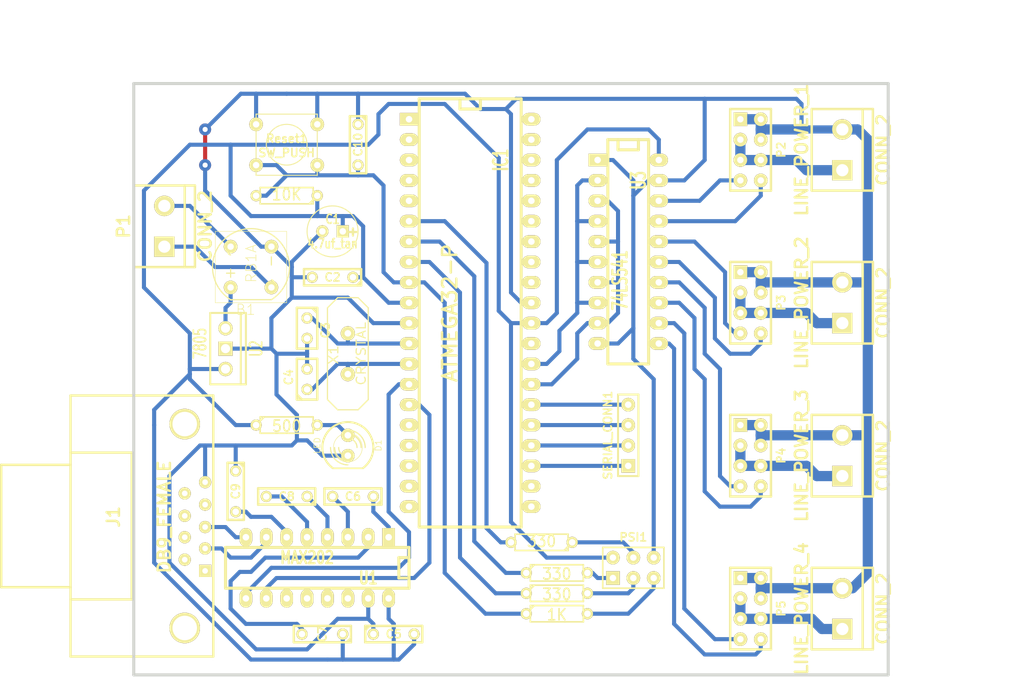
<source format=kicad_pcb>
(kicad_pcb (version 3) (host pcbnew "(2013-05-16 BZR 4016)-stable")

  (general
    (links 108)
    (no_connects 0)
    (area 83.159599 20.62734 216.024462 106.7054)
    (thickness 1.6002)
    (drawings 6)
    (tracks 372)
    (zones 0)
    (modules 36)
    (nets 45)
  )

  (page A4)
  (layers
    (15 Front signal)
    (0 Back signal)
    (16 B.Adhes user)
    (17 F.Adhes user)
    (18 B.Paste user)
    (19 F.Paste user)
    (20 B.SilkS user)
    (21 F.SilkS user)
    (22 B.Mask user)
    (23 F.Mask user)
    (24 Dwgs.User user)
    (25 Cmts.User user)
    (26 Eco1.User user)
    (27 Eco2.User user)
    (28 Edge.Cuts user)
  )

  (setup
    (last_trace_width 0.508)
    (user_trace_width 1.016)
    (user_trace_width 1.27)
    (trace_clearance 0.508)
    (zone_clearance 0.508)
    (zone_45_only no)
    (trace_min 0.2032)
    (segment_width 0.381)
    (edge_width 0.381)
    (via_size 1.50114)
    (via_drill 0.635)
    (via_min_size 0.889)
    (via_min_drill 0.508)
    (uvia_size 0.508)
    (uvia_drill 0.127)
    (uvias_allowed no)
    (uvia_min_size 0.508)
    (uvia_min_drill 0.127)
    (pcb_text_width 0.3048)
    (pcb_text_size 1.524 2.032)
    (mod_edge_width 0.381)
    (mod_text_size 1.524 1.524)
    (mod_text_width 0.3048)
    (pad_size 1.524 1.524)
    (pad_drill 0.70104)
    (pad_to_mask_clearance 0.254)
    (aux_axis_origin 0 0)
    (visible_elements FFFFFFBF)
    (pcbplotparams
      (layerselection 3178497)
      (usegerberextensions true)
      (excludeedgelayer true)
      (linewidth 0.150000)
      (plotframeref false)
      (viasonmask false)
      (mode 1)
      (useauxorigin false)
      (hpglpennumber 1)
      (hpglpenspeed 20)
      (hpglpendiameter 15)
      (hpglpenoverlay 0)
      (psnegative false)
      (psa4output false)
      (plotreference true)
      (plotvalue true)
      (plotothertext true)
      (plotinvisibletext false)
      (padsonsilk false)
      (subtractmaskfromsilk false)
      (outputformat 1)
      (mirror false)
      (drillshape 1)
      (scaleselection 1)
      (outputdirectory ""))
  )

  (net 0 "")
  (net 1 +5V)
  (net 2 /MISO)
  (net 3 /MOSI)
  (net 4 /RXD-RS232)
  (net 5 /RXD-TTL)
  (net 6 /Reset)
  (net 7 /SCK)
  (net 8 /SR_LC)
  (net 9 /SR_LC_1)
  (net 10 /SR_LC_2)
  (net 11 /SR_LC_3)
  (net 12 /SR_LC_4)
  (net 13 /SR_SC)
  (net 14 /SR_SC_1)
  (net 15 /SR_SC_2)
  (net 16 /SR_SC_3)
  (net 17 /SR_SC_4)
  (net 18 /SR_SERIAL_1)
  (net 19 /SR_SERIAL_2)
  (net 20 /SR_SERIAL_3)
  (net 21 /SR_SERIAL_4)
  (net 22 /TXD-RS232)
  (net 23 /TXD-TTL)
  (net 24 GND)
  (net 25 N-000002)
  (net 26 N-000003)
  (net 27 N-000004)
  (net 28 N-000005)
  (net 29 N-000006)
  (net 30 N-000007)
  (net 31 N-000017)
  (net 32 N-000018)
  (net 33 N-000052)
  (net 34 N-000053)
  (net 35 N-000054)
  (net 36 N-000056)
  (net 37 N-000057)
  (net 38 N-000058)
  (net 39 N-000059)
  (net 40 N-000060)
  (net 41 N-000061)
  (net 42 N-000062)
  (net 43 N-000065)
  (net 44 N-000066)

  (net_class Default "This is the default net class."
    (clearance 0.508)
    (trace_width 0.508)
    (via_dia 1.50114)
    (via_drill 0.635)
    (uvia_dia 0.508)
    (uvia_drill 0.127)
    (add_net "")
    (add_net +5V)
    (add_net /MISO)
    (add_net /MOSI)
    (add_net /RXD-RS232)
    (add_net /RXD-TTL)
    (add_net /Reset)
    (add_net /SCK)
    (add_net /SR_LC)
    (add_net /SR_LC_1)
    (add_net /SR_LC_2)
    (add_net /SR_LC_3)
    (add_net /SR_LC_4)
    (add_net /SR_SC)
    (add_net /SR_SC_1)
    (add_net /SR_SC_2)
    (add_net /SR_SC_3)
    (add_net /SR_SC_4)
    (add_net /SR_SERIAL_1)
    (add_net /SR_SERIAL_2)
    (add_net /SR_SERIAL_3)
    (add_net /SR_SERIAL_4)
    (add_net /TXD-RS232)
    (add_net /TXD-TTL)
    (add_net GND)
    (add_net N-000002)
    (add_net N-000003)
    (add_net N-000004)
    (add_net N-000005)
    (add_net N-000006)
    (add_net N-000007)
    (add_net N-000017)
    (add_net N-000018)
    (add_net N-000052)
    (add_net N-000053)
    (add_net N-000054)
    (add_net N-000056)
    (add_net N-000057)
    (add_net N-000058)
    (add_net N-000059)
    (add_net N-000060)
    (add_net N-000061)
    (add_net N-000062)
    (add_net N-000065)
    (add_net N-000066)
  )

  (module DB9FC (layer Front) (tedit 5053AD05) (tstamp 5052BD73)
    (at 107.95 85.725 90)
    (descr "Connecteur DB9 femelle couche")
    (tags "CONN DB9")
    (path /50511A8A)
    (fp_text reference J1 (at 1.27 -10.16 90) (layer F.SilkS)
      (effects (font (size 1.524 1.524) (thickness 0.3048)))
    )
    (fp_text value DB9_FEMALE (at 1.27 -3.81 90) (layer F.SilkS)
      (effects (font (size 1.524 1.524) (thickness 0.3048)))
    )
    (fp_line (start -16.129 2.286) (end 16.383 2.286) (layer F.SilkS) (width 0.3048))
    (fp_line (start 16.383 2.286) (end 16.383 -15.494) (layer F.SilkS) (width 0.3048))
    (fp_line (start 16.383 -15.494) (end -16.129 -15.494) (layer F.SilkS) (width 0.3048))
    (fp_line (start -16.129 -15.494) (end -16.129 2.286) (layer F.SilkS) (width 0.3048))
    (fp_line (start -9.017 -15.494) (end -9.017 -7.874) (layer F.SilkS) (width 0.3048))
    (fp_line (start -9.017 -7.874) (end 9.271 -7.874) (layer F.SilkS) (width 0.3048))
    (fp_line (start 9.271 -7.874) (end 9.271 -15.494) (layer F.SilkS) (width 0.3048))
    (fp_line (start -7.493 -15.494) (end -7.493 -24.13) (layer F.SilkS) (width 0.3048))
    (fp_line (start -7.493 -24.13) (end 7.747 -24.13) (layer F.SilkS) (width 0.3048))
    (fp_line (start 7.747 -24.13) (end 7.747 -15.494) (layer F.SilkS) (width 0.3048))
    (pad "" thru_hole circle (at 12.827 -1.27 90) (size 3.81 3.81) (drill 3.048)
      (layers *.Cu *.Mask F.SilkS)
    )
    (pad "" thru_hole circle (at -12.573 -1.27 90) (size 3.81 3.81) (drill 3.048)
      (layers *.Cu *.Mask F.SilkS)
    )
    (pad 1 thru_hole rect (at -5.461 1.27 90) (size 1.524 1.524) (drill 0.70104)
      (layers *.Cu *.Mask F.SilkS)
    )
    (pad 2 thru_hole circle (at -2.667 1.27 90) (size 1.524 1.524) (drill 0.70104)
      (layers *.Cu *.Mask F.SilkS)
      (net 22 /TXD-RS232)
    )
    (pad 3 thru_hole circle (at 0 1.27 90) (size 1.524 1.524) (drill 0.70104)
      (layers *.Cu *.Mask F.SilkS)
      (net 4 /RXD-RS232)
    )
    (pad 4 thru_hole circle (at 2.794 1.27 90) (size 1.524 1.524) (drill 0.70104)
      (layers *.Cu *.Mask F.SilkS)
    )
    (pad 5 thru_hole circle (at 5.588 1.27 90) (size 1.524 1.524) (drill 0.70104)
      (layers *.Cu *.Mask F.SilkS)
      (net 24 GND)
    )
    (pad 6 thru_hole circle (at -4.064 -1.27 90) (size 1.524 1.524) (drill 0.70104)
      (layers *.Cu *.Mask F.SilkS)
    )
    (pad 7 thru_hole circle (at -1.27 -1.27 90) (size 1.524 1.524) (drill 0.70104)
      (layers *.Cu *.Mask F.SilkS)
    )
    (pad 8 thru_hole circle (at 1.397 -1.27 90) (size 1.524 1.524) (drill 0.70104)
      (layers *.Cu *.Mask F.SilkS)
    )
    (pad 9 thru_hole circle (at 4.191 -1.27 90) (size 1.524 1.524) (drill 0.70104)
      (layers *.Cu *.Mask F.SilkS)
    )
    (model conn_DBxx/db9_female_pin90deg.wrl
      (at (xyz 0 0 0))
      (scale (xyz 1 1 1))
      (rotate (xyz 0 0 0))
    )
  )

  (module SW_PUSH_SMALL (layer Front) (tedit 5053A8C0) (tstamp 5052ACDA)
    (at 119.38 38.1)
    (path /505281B0)
    (fp_text reference Reset1 (at 0 -0.762) (layer F.SilkS)
      (effects (font (size 1.016 1.016) (thickness 0.2032)))
    )
    (fp_text value SW_PUSH (at 0 1.016) (layer F.SilkS)
      (effects (font (size 1.016 1.016) (thickness 0.2032)))
    )
    (fp_circle (center 0 0) (end 0 -2.54) (layer F.SilkS) (width 0.127))
    (fp_line (start -3.81 -3.81) (end 3.81 -3.81) (layer F.SilkS) (width 0.127))
    (fp_line (start 3.81 -3.81) (end 3.81 3.81) (layer F.SilkS) (width 0.127))
    (fp_line (start 3.81 3.81) (end -3.81 3.81) (layer F.SilkS) (width 0.127))
    (fp_line (start -3.81 -3.81) (end -3.81 3.81) (layer F.SilkS) (width 0.127))
    (pad 1 thru_hole circle (at 3.81 -2.54) (size 1.69926 1.69926) (drill 0.8001)
      (layers *.Cu *.Mask F.SilkS)
      (net 24 GND)
    )
    (pad 2 thru_hole circle (at 3.81 2.54) (size 1.69926 1.69926) (drill 0.8001)
      (layers *.Cu *.Mask F.SilkS)
      (net 6 /Reset)
    )
    (pad 1 thru_hole circle (at -3.81 -2.54) (size 1.69926 1.69926) (drill 0.8001)
      (layers *.Cu *.Mask F.SilkS)
      (net 24 GND)
    )
    (pad 2 thru_hole circle (at -3.81 2.54) (size 1.69926 1.69926) (drill 0.8001)
      (layers *.Cu *.Mask F.SilkS)
      (net 6 /Reset)
    )
  )

  (module rectifier-RB1A (layer Front) (tedit 5053A89D) (tstamp 5052BF52)
    (at 114.935 53.34 90)
    (descr RECTIFIER)
    (tags RECTIFIER)
    (path /50527F26)
    (attr virtual)
    (fp_text reference B1 (at -5.3086 -0.6604 180) (layer F.SilkS)
      (effects (font (size 1.27 1.27) (thickness 0.0889)))
    )
    (fp_text value RB1A (at 0.4318 0.0254 90) (layer F.SilkS)
      (effects (font (size 1.27 1.27) (thickness 0.0889)))
    )
    (fp_line (start -4.445 4.445) (end 4.445 4.445) (layer F.SilkS) (width 0.06604))
    (fp_line (start 4.445 4.445) (end 4.445 -4.445) (layer F.SilkS) (width 0.06604))
    (fp_line (start -4.445 -4.445) (end 4.445 -4.445) (layer F.SilkS) (width 0.06604))
    (fp_line (start -4.445 4.445) (end -4.445 -4.445) (layer F.SilkS) (width 0.06604))
    (fp_line (start -4.064 2.54) (end -4.064 -2.54) (layer F.SilkS) (width 0.1524))
    (fp_line (start -1.27 -2.54) (end -0.254 -2.54) (layer F.SilkS) (width 0.1524))
    (fp_line (start -0.762 -2.032) (end -0.762 -3.048) (layer F.SilkS) (width 0.1524))
    (fp_line (start 0.254 2.54) (end 1.27 2.54) (layer F.SilkS) (width 0.1524))
    (fp_arc (start 0 0) (end -4.10718 -2.4638) (angle 297) (layer F.SilkS) (width 0.1524))
    (fp_arc (start -2.58826 2.54) (end -2.921 2.54) (angle 180) (layer F.SilkS) (width 0.1524))
    (fp_arc (start -1.9304 2.54) (end -1.6002 2.54) (angle 180) (layer F.SilkS) (width 0.1524))
    (fp_arc (start 1.8542 -2.54) (end 1.524 -2.54) (angle 180) (layer F.SilkS) (width 0.1524))
    (fp_arc (start 2.5146 -2.54) (end 2.8448 -2.54) (angle 180) (layer F.SilkS) (width 0.1524))
    (pad + thru_hole circle (at -2.54 -2.54 90) (size 1.69926 1.69926) (drill 0.8001)
      (layers *.Cu *.Mask F.SilkS)
      (net 30 N-000007)
    )
    (pad - thru_hole circle (at 2.54 2.54 90) (size 1.69926 1.69926) (drill 0.8001)
      (layers *.Cu *.Mask F.SilkS)
      (net 24 GND)
    )
    (pad AC1 thru_hole circle (at 2.54 -2.54 90) (size 1.69926 1.69926) (drill 0.8001)
      (layers *.Cu *.Mask F.SilkS)
      (net 32 N-000018)
    )
    (pad AC2 thru_hole circle (at -2.54 2.54 90) (size 1.69926 1.69926) (drill 0.8001)
      (layers *.Cu *.Mask F.SilkS)
      (net 31 N-000017)
    )
  )

  (module PIN_ARRAY_4x1 (layer Front) (tedit 5053A86C) (tstamp 5052ACED)
    (at 161.925 74.295 90)
    (descr "Double rangee de contacts 2 x 5 pins")
    (tags CONN)
    (path /50512C39)
    (fp_text reference SERIAL_CONN1 (at 0 -2.54 90) (layer F.SilkS)
      (effects (font (size 1.016 1.016) (thickness 0.2032)))
    )
    (fp_text value CONN_4 (at 0 2.54 90) (layer F.SilkS) hide
      (effects (font (size 1.016 1.016) (thickness 0.2032)))
    )
    (fp_line (start 5.08 1.27) (end -5.08 1.27) (layer F.SilkS) (width 0.254))
    (fp_line (start 5.08 -1.27) (end -5.08 -1.27) (layer F.SilkS) (width 0.254))
    (fp_line (start -5.08 -1.27) (end -5.08 1.27) (layer F.SilkS) (width 0.254))
    (fp_line (start 5.08 1.27) (end 5.08 -1.27) (layer F.SilkS) (width 0.254))
    (pad 1 thru_hole rect (at -3.81 0 90) (size 1.69926 1.69926) (drill 0.8001)
      (layers *.Cu *.Mask F.SilkS)
      (net 18 /SR_SERIAL_1)
    )
    (pad 2 thru_hole circle (at -1.27 0 90) (size 1.69926 1.69926) (drill 0.8001)
      (layers *.Cu *.Mask F.SilkS)
      (net 19 /SR_SERIAL_2)
    )
    (pad 3 thru_hole circle (at 1.27 0 90) (size 1.69926 1.69926) (drill 0.8001)
      (layers *.Cu *.Mask F.SilkS)
      (net 20 /SR_SERIAL_3)
    )
    (pad 4 thru_hole circle (at 3.81 0 90) (size 1.69926 1.69926) (drill 0.8001)
      (layers *.Cu *.Mask F.SilkS)
      (net 21 /SR_SERIAL_4)
    )
    (model pin_array\pins_array_4x1.wrl
      (at (xyz 0 0 0))
      (scale (xyz 1 1 1))
      (rotate (xyz 0 0 0))
    )
  )

  (module pin_array_3x2_modif (layer Front) (tedit 5053A843) (tstamp 5052ACEE)
    (at 162.56 90.805)
    (descr "Double rangee de contacts 2 x 4 pins")
    (tags CONN)
    (path /50512ABE)
    (fp_text reference PSI1 (at 0 -3.81) (layer F.SilkS)
      (effects (font (size 1.016 1.016) (thickness 0.2032)))
    )
    (fp_text value CONN_3X2 (at 0 3.81) (layer F.SilkS) hide
      (effects (font (size 1.016 1.016) (thickness 0.2032)))
    )
    (fp_line (start 3.81 2.54) (end -3.81 2.54) (layer F.SilkS) (width 0.2032))
    (fp_line (start -3.81 -2.54) (end 3.81 -2.54) (layer F.SilkS) (width 0.2032))
    (fp_line (start 3.81 -2.54) (end 3.81 2.54) (layer F.SilkS) (width 0.2032))
    (fp_line (start -3.81 2.54) (end -3.81 -2.54) (layer F.SilkS) (width 0.2032))
    (pad 1 thru_hole rect (at -2.54 1.27) (size 1.69926 1.69926) (drill 0.8001)
      (layers *.Cu *.Mask F.SilkS)
      (net 36 N-000056)
    )
    (pad 2 thru_hole circle (at -2.54 -1.27) (size 1.69926 1.69926) (drill 0.8001)
      (layers *.Cu *.Mask F.SilkS)
      (net 1 +5V)
    )
    (pad 3 thru_hole circle (at 0 1.27) (size 1.69926 1.69926) (drill 0.8001)
      (layers *.Cu *.Mask F.SilkS)
      (net 35 N-000054)
    )
    (pad 4 thru_hole circle (at 0 -1.27) (size 1.69926 1.69926) (drill 0.8001)
      (layers *.Cu *.Mask F.SilkS)
      (net 33 N-000052)
    )
    (pad 5 thru_hole circle (at 2.54 1.27) (size 1.69926 1.69926) (drill 0.8001)
      (layers *.Cu *.Mask F.SilkS)
      (net 34 N-000053)
    )
    (pad 6 thru_hole circle (at 2.54 -1.27) (size 1.69926 1.69926) (drill 0.8001)
      (layers *.Cu *.Mask F.SilkS)
      (net 24 GND)
    )
    (model pin_array/pins_array_3x2.wrl
      (at (xyz 0 0 0))
      (scale (xyz 1 1 1))
      (rotate (xyz 0 0 0))
    )
  )

  (module pin_array_4x2_modif (layer Front) (tedit 5053A7B3) (tstamp 5052ACE6)
    (at 177.165 38.735 270)
    (descr "Double rangee de contacts 2 x 4 pins")
    (tags CONN)
    (path /50513316)
    (fp_text reference P2 (at 0 -3.81 270) (layer F.SilkS)
      (effects (font (size 1.016 1.016) (thickness 0.2032)))
    )
    (fp_text value CONN_4X2 (at 0 3.81 270) (layer F.SilkS) hide
      (effects (font (size 1.016 1.016) (thickness 0.2032)))
    )
    (fp_line (start -5.08 -2.54) (end 5.08 -2.54) (layer F.SilkS) (width 0.3048))
    (fp_line (start 5.08 -2.54) (end 5.08 2.54) (layer F.SilkS) (width 0.3048))
    (fp_line (start 5.08 2.54) (end -5.08 2.54) (layer F.SilkS) (width 0.3048))
    (fp_line (start -5.08 2.54) (end -5.08 -2.54) (layer F.SilkS) (width 0.3048))
    (pad 1 thru_hole rect (at -3.81 1.27 270) (size 1.69926 1.69926) (drill 0.8001)
      (layers *.Cu *.Mask F.SilkS)
      (net 24 GND)
    )
    (pad 2 thru_hole circle (at -3.81 -1.27 270) (size 1.69926 1.69926) (drill 0.8001)
      (layers *.Cu *.Mask F.SilkS)
      (net 24 GND)
    )
    (pad 3 thru_hole circle (at -1.27 1.27 270) (size 1.69926 1.69926) (drill 0.8001)
      (layers *.Cu *.Mask F.SilkS)
      (net 44 N-000066)
    )
    (pad 4 thru_hole circle (at -1.27 -1.27 270) (size 1.69926 1.69926) (drill 0.8001)
      (layers *.Cu *.Mask F.SilkS)
      (net 24 GND)
    )
    (pad 5 thru_hole circle (at 1.27 1.27 270) (size 1.69926 1.69926) (drill 0.8001)
      (layers *.Cu *.Mask F.SilkS)
      (net 44 N-000066)
    )
    (pad 6 thru_hole circle (at 1.27 -1.27 270) (size 1.69926 1.69926) (drill 0.8001)
      (layers *.Cu *.Mask F.SilkS)
      (net 44 N-000066)
    )
    (pad 7 thru_hole circle (at 3.81 1.27 270) (size 1.69926 1.69926) (drill 0.8001)
      (layers *.Cu *.Mask F.SilkS)
      (net 9 /SR_LC_1)
    )
    (pad 8 thru_hole circle (at 3.81 -1.27 270) (size 1.69926 1.69926) (drill 0.8001)
      (layers *.Cu *.Mask F.SilkS)
      (net 14 /SR_SC_1)
    )
    (model pin_array/pins_array_4x2.wrl
      (at (xyz 0 0 0))
      (scale (xyz 1 1 1))
      (rotate (xyz 0 0 0))
    )
  )

  (module R3 (layer Front) (tedit 4E4C0E65) (tstamp 5052ACDB)
    (at 119.38 44.45 180)
    (descr "Resitance 3 pas")
    (tags R)
    (path /505281F3)
    (autoplace_cost180 10)
    (fp_text reference R6 (at 0 0.127 180) (layer F.SilkS) hide
      (effects (font (size 1.397 1.27) (thickness 0.2032)))
    )
    (fp_text value 10K (at 0 0.127 180) (layer F.SilkS)
      (effects (font (size 1.397 1.27) (thickness 0.2032)))
    )
    (fp_line (start -3.81 0) (end -3.302 0) (layer F.SilkS) (width 0.2032))
    (fp_line (start 3.81 0) (end 3.302 0) (layer F.SilkS) (width 0.2032))
    (fp_line (start 3.302 0) (end 3.302 -1.016) (layer F.SilkS) (width 0.2032))
    (fp_line (start 3.302 -1.016) (end -3.302 -1.016) (layer F.SilkS) (width 0.2032))
    (fp_line (start -3.302 -1.016) (end -3.302 1.016) (layer F.SilkS) (width 0.2032))
    (fp_line (start -3.302 1.016) (end 3.302 1.016) (layer F.SilkS) (width 0.2032))
    (fp_line (start 3.302 1.016) (end 3.302 0) (layer F.SilkS) (width 0.2032))
    (fp_line (start -3.302 -0.508) (end -2.794 -1.016) (layer F.SilkS) (width 0.2032))
    (pad 1 thru_hole circle (at -3.81 0 180) (size 1.397 1.397) (drill 0.8128)
      (layers *.Cu *.Mask F.SilkS)
      (net 1 +5V)
    )
    (pad 2 thru_hole circle (at 3.81 0 180) (size 1.397 1.397) (drill 0.8128)
      (layers *.Cu *.Mask F.SilkS)
      (net 6 /Reset)
    )
    (model discret/resistor.wrl
      (at (xyz 0 0 0))
      (scale (xyz 0.3 0.3 0.3))
      (rotate (xyz 0 0 0))
    )
  )

  (module R3 (layer Front) (tedit 4E4C0E65) (tstamp 5052ACDD)
    (at 119.38 73.025)
    (descr "Resitance 3 pas")
    (tags R)
    (path /50527F2D)
    (autoplace_cost180 10)
    (fp_text reference R5 (at 0 0.127) (layer F.SilkS) hide
      (effects (font (size 1.397 1.27) (thickness 0.2032)))
    )
    (fp_text value 500 (at 0 0.127) (layer F.SilkS)
      (effects (font (size 1.397 1.27) (thickness 0.2032)))
    )
    (fp_line (start -3.81 0) (end -3.302 0) (layer F.SilkS) (width 0.2032))
    (fp_line (start 3.81 0) (end 3.302 0) (layer F.SilkS) (width 0.2032))
    (fp_line (start 3.302 0) (end 3.302 -1.016) (layer F.SilkS) (width 0.2032))
    (fp_line (start 3.302 -1.016) (end -3.302 -1.016) (layer F.SilkS) (width 0.2032))
    (fp_line (start -3.302 -1.016) (end -3.302 1.016) (layer F.SilkS) (width 0.2032))
    (fp_line (start -3.302 1.016) (end 3.302 1.016) (layer F.SilkS) (width 0.2032))
    (fp_line (start 3.302 1.016) (end 3.302 0) (layer F.SilkS) (width 0.2032))
    (fp_line (start -3.302 -0.508) (end -2.794 -1.016) (layer F.SilkS) (width 0.2032))
    (pad 1 thru_hole circle (at -3.81 0) (size 1.397 1.397) (drill 0.8128)
      (layers *.Cu *.Mask F.SilkS)
      (net 1 +5V)
    )
    (pad 2 thru_hole circle (at 3.81 0) (size 1.397 1.397) (drill 0.8128)
      (layers *.Cu *.Mask F.SilkS)
      (net 29 N-000006)
    )
    (model discret/resistor.wrl
      (at (xyz 0 0 0))
      (scale (xyz 0.3 0.3 0.3))
      (rotate (xyz 0 0 0))
    )
  )

  (module R3 (layer Front) (tedit 4E4C0E65) (tstamp 5052ACDF)
    (at 153.035 96.52)
    (descr "Resitance 3 pas")
    (tags R)
    (path /50512ABC)
    (autoplace_cost180 10)
    (fp_text reference R4 (at 0 0.127) (layer F.SilkS) hide
      (effects (font (size 1.397 1.27) (thickness 0.2032)))
    )
    (fp_text value 1K (at 0 0.127) (layer F.SilkS)
      (effects (font (size 1.397 1.27) (thickness 0.2032)))
    )
    (fp_line (start -3.81 0) (end -3.302 0) (layer F.SilkS) (width 0.2032))
    (fp_line (start 3.81 0) (end 3.302 0) (layer F.SilkS) (width 0.2032))
    (fp_line (start 3.302 0) (end 3.302 -1.016) (layer F.SilkS) (width 0.2032))
    (fp_line (start 3.302 -1.016) (end -3.302 -1.016) (layer F.SilkS) (width 0.2032))
    (fp_line (start -3.302 -1.016) (end -3.302 1.016) (layer F.SilkS) (width 0.2032))
    (fp_line (start -3.302 1.016) (end 3.302 1.016) (layer F.SilkS) (width 0.2032))
    (fp_line (start 3.302 1.016) (end 3.302 0) (layer F.SilkS) (width 0.2032))
    (fp_line (start -3.302 -0.508) (end -2.794 -1.016) (layer F.SilkS) (width 0.2032))
    (pad 1 thru_hole circle (at -3.81 0) (size 1.397 1.397) (drill 0.8128)
      (layers *.Cu *.Mask F.SilkS)
      (net 6 /Reset)
    )
    (pad 2 thru_hole circle (at 3.81 0) (size 1.397 1.397) (drill 0.8128)
      (layers *.Cu *.Mask F.SilkS)
      (net 34 N-000053)
    )
    (model discret/resistor.wrl
      (at (xyz 0 0 0))
      (scale (xyz 0.3 0.3 0.3))
      (rotate (xyz 0 0 0))
    )
  )

  (module R3 (layer Front) (tedit 4E4C0E65) (tstamp 5052ACE1)
    (at 151.13 87.63 180)
    (descr "Resitance 3 pas")
    (tags R)
    (path /50512AC1)
    (autoplace_cost180 10)
    (fp_text reference R3 (at 0 0.127 180) (layer F.SilkS) hide
      (effects (font (size 1.397 1.27) (thickness 0.2032)))
    )
    (fp_text value 330 (at 0 0.127 180) (layer F.SilkS)
      (effects (font (size 1.397 1.27) (thickness 0.2032)))
    )
    (fp_line (start -3.81 0) (end -3.302 0) (layer F.SilkS) (width 0.2032))
    (fp_line (start 3.81 0) (end 3.302 0) (layer F.SilkS) (width 0.2032))
    (fp_line (start 3.302 0) (end 3.302 -1.016) (layer F.SilkS) (width 0.2032))
    (fp_line (start 3.302 -1.016) (end -3.302 -1.016) (layer F.SilkS) (width 0.2032))
    (fp_line (start -3.302 -1.016) (end -3.302 1.016) (layer F.SilkS) (width 0.2032))
    (fp_line (start -3.302 1.016) (end 3.302 1.016) (layer F.SilkS) (width 0.2032))
    (fp_line (start 3.302 1.016) (end 3.302 0) (layer F.SilkS) (width 0.2032))
    (fp_line (start -3.302 -0.508) (end -2.794 -1.016) (layer F.SilkS) (width 0.2032))
    (pad 1 thru_hole circle (at -3.81 0 180) (size 1.397 1.397) (drill 0.8128)
      (layers *.Cu *.Mask F.SilkS)
      (net 33 N-000052)
    )
    (pad 2 thru_hole circle (at 3.81 0 180) (size 1.397 1.397) (drill 0.8128)
      (layers *.Cu *.Mask F.SilkS)
      (net 3 /MOSI)
    )
    (model discret/resistor.wrl
      (at (xyz 0 0 0))
      (scale (xyz 0.3 0.3 0.3))
      (rotate (xyz 0 0 0))
    )
  )

  (module R3 (layer Front) (tedit 4E4C0E65) (tstamp 5052ACE3)
    (at 153.035 93.98)
    (descr "Resitance 3 pas")
    (tags R)
    (path /50512ABF)
    (autoplace_cost180 10)
    (fp_text reference R2 (at 0 0.127) (layer F.SilkS) hide
      (effects (font (size 1.397 1.27) (thickness 0.2032)))
    )
    (fp_text value 330 (at 0 0.127) (layer F.SilkS)
      (effects (font (size 1.397 1.27) (thickness 0.2032)))
    )
    (fp_line (start -3.81 0) (end -3.302 0) (layer F.SilkS) (width 0.2032))
    (fp_line (start 3.81 0) (end 3.302 0) (layer F.SilkS) (width 0.2032))
    (fp_line (start 3.302 0) (end 3.302 -1.016) (layer F.SilkS) (width 0.2032))
    (fp_line (start 3.302 -1.016) (end -3.302 -1.016) (layer F.SilkS) (width 0.2032))
    (fp_line (start -3.302 -1.016) (end -3.302 1.016) (layer F.SilkS) (width 0.2032))
    (fp_line (start -3.302 1.016) (end 3.302 1.016) (layer F.SilkS) (width 0.2032))
    (fp_line (start 3.302 1.016) (end 3.302 0) (layer F.SilkS) (width 0.2032))
    (fp_line (start -3.302 -0.508) (end -2.794 -1.016) (layer F.SilkS) (width 0.2032))
    (pad 1 thru_hole circle (at -3.81 0) (size 1.397 1.397) (drill 0.8128)
      (layers *.Cu *.Mask F.SilkS)
      (net 7 /SCK)
    )
    (pad 2 thru_hole circle (at 3.81 0) (size 1.397 1.397) (drill 0.8128)
      (layers *.Cu *.Mask F.SilkS)
      (net 35 N-000054)
    )
    (model discret/resistor.wrl
      (at (xyz 0 0 0))
      (scale (xyz 0.3 0.3 0.3))
      (rotate (xyz 0 0 0))
    )
  )

  (module R3 (layer Front) (tedit 4E4C0E65) (tstamp 5052ACE5)
    (at 153.035 91.44)
    (descr "Resitance 3 pas")
    (tags R)
    (path /50512AC0)
    (autoplace_cost180 10)
    (fp_text reference R1 (at 0 0.127) (layer F.SilkS) hide
      (effects (font (size 1.397 1.27) (thickness 0.2032)))
    )
    (fp_text value 330 (at 0 0.127) (layer F.SilkS)
      (effects (font (size 1.397 1.27) (thickness 0.2032)))
    )
    (fp_line (start -3.81 0) (end -3.302 0) (layer F.SilkS) (width 0.2032))
    (fp_line (start 3.81 0) (end 3.302 0) (layer F.SilkS) (width 0.2032))
    (fp_line (start 3.302 0) (end 3.302 -1.016) (layer F.SilkS) (width 0.2032))
    (fp_line (start 3.302 -1.016) (end -3.302 -1.016) (layer F.SilkS) (width 0.2032))
    (fp_line (start -3.302 -1.016) (end -3.302 1.016) (layer F.SilkS) (width 0.2032))
    (fp_line (start -3.302 1.016) (end 3.302 1.016) (layer F.SilkS) (width 0.2032))
    (fp_line (start 3.302 1.016) (end 3.302 0) (layer F.SilkS) (width 0.2032))
    (fp_line (start -3.302 -0.508) (end -2.794 -1.016) (layer F.SilkS) (width 0.2032))
    (pad 1 thru_hole circle (at -3.81 0) (size 1.397 1.397) (drill 0.8128)
      (layers *.Cu *.Mask F.SilkS)
      (net 2 /MISO)
    )
    (pad 2 thru_hole circle (at 3.81 0) (size 1.397 1.397) (drill 0.8128)
      (layers *.Cu *.Mask F.SilkS)
      (net 36 N-000056)
    )
    (model discret/resistor.wrl
      (at (xyz 0 0 0))
      (scale (xyz 0.3 0.3 0.3))
      (rotate (xyz 0 0 0))
    )
  )

  (module LM78XXV (layer Front) (tedit 4C5EE157) (tstamp 5052ACEF)
    (at 111.76 63.5)
    (descr "Regulateur TO220 serie LM78xx")
    (tags "TR TO220")
    (path /50527F32)
    (fp_text reference U2 (at 3.81 0 90) (layer F.SilkS)
      (effects (font (size 1.524 1.016) (thickness 0.2032)))
    )
    (fp_text value 7805 (at -3.175 -0.635 90) (layer F.SilkS)
      (effects (font (size 1.524 1.016) (thickness 0.2032)))
    )
    (fp_line (start 1.905 -4.445) (end 2.54 -4.445) (layer F.SilkS) (width 0.254))
    (fp_line (start 2.54 -4.445) (end 2.54 4.445) (layer F.SilkS) (width 0.254))
    (fp_line (start 2.54 4.445) (end 1.905 4.445) (layer F.SilkS) (width 0.254))
    (fp_line (start -1.905 -4.445) (end 1.905 -4.445) (layer F.SilkS) (width 0.254))
    (fp_line (start 1.905 -4.445) (end 1.905 4.445) (layer F.SilkS) (width 0.254))
    (fp_line (start 1.905 4.445) (end -1.905 4.445) (layer F.SilkS) (width 0.254))
    (fp_line (start -1.905 4.445) (end -1.905 -4.445) (layer F.SilkS) (width 0.254))
    (pad VI thru_hole circle (at 0 -2.54) (size 1.778 1.778) (drill 1.143)
      (layers *.Cu *.Mask F.SilkS)
      (net 30 N-000007)
    )
    (pad GND thru_hole rect (at 0 0) (size 1.778 1.778) (drill 1.143)
      (layers *.Cu *.Mask F.SilkS)
      (net 24 GND)
    )
    (pad VO thru_hole circle (at 0 2.54) (size 1.778 1.778) (drill 1.143)
      (layers *.Cu *.Mask F.SilkS)
      (net 1 +5V)
    )
  )

  (module HC-18UV (layer Front) (tedit 42899E71) (tstamp 5052ACF0)
    (at 127 64.135 90)
    (descr "Quartz boitier HC-18U vertical")
    (tags "QUARTZ DEV")
    (path /50512B42)
    (autoplace_cost180 10)
    (fp_text reference X1 (at -0.127 -1.778 90) (layer F.SilkS)
      (effects (font (size 1.143 1.27) (thickness 0.1524)))
    )
    (fp_text value CRYSTAL (at 0 1.651 90) (layer F.SilkS)
      (effects (font (size 1.143 1.27) (thickness 0.1524)))
    )
    (fp_line (start -6.985 -1.27) (end -5.715 -2.54) (layer F.SilkS) (width 0.1524))
    (fp_line (start 5.715 -2.54) (end 6.985 -1.27) (layer F.SilkS) (width 0.1524))
    (fp_line (start 6.985 1.27) (end 5.715 2.54) (layer F.SilkS) (width 0.1524))
    (fp_line (start -6.985 1.27) (end -5.715 2.54) (layer F.SilkS) (width 0.1524))
    (fp_line (start -5.715 -2.54) (end 5.715 -2.54) (layer F.SilkS) (width 0.1524))
    (fp_line (start -6.985 -1.27) (end -6.985 1.27) (layer F.SilkS) (width 0.1524))
    (fp_line (start -5.715 2.54) (end 5.715 2.54) (layer F.SilkS) (width 0.1524))
    (fp_line (start 6.985 1.27) (end 6.985 -1.27) (layer F.SilkS) (width 0.1524))
    (pad 1 thru_hole circle (at -2.54 0 90) (size 1.778 1.778) (drill 0.8128)
      (layers *.Cu *.Mask F.SilkS)
      (net 37 N-000057)
    )
    (pad 2 thru_hole circle (at 2.54 0 90) (size 1.778 1.778) (drill 0.8128)
      (layers *.Cu *.Mask F.SilkS)
      (net 27 N-000004)
    )
    (model discret/crystal_hc18u_vertical.wrl
      (at (xyz 0 0 0))
      (scale (xyz 1 1 1))
      (rotate (xyz 0 0 0))
    )
  )

  (module DIP-20__300_ELL (layer Front) (tedit 200000) (tstamp 5052ACF1)
    (at 161.925 51.435 270)
    (descr "20 pins DIL package, elliptical pads")
    (tags DIL)
    (path /50527D0E)
    (fp_text reference U3 (at -8.89 -1.27 270) (layer F.SilkS)
      (effects (font (size 1.778 1.143) (thickness 0.28702)))
    )
    (fp_text value 74LS541 (at 3.556 1.016 270) (layer F.SilkS)
      (effects (font (size 1.778 1.143) (thickness 0.28702)))
    )
    (fp_line (start -13.97 -1.27) (end -12.7 -1.27) (layer F.SilkS) (width 0.381))
    (fp_line (start -12.7 -1.27) (end -12.7 1.27) (layer F.SilkS) (width 0.381))
    (fp_line (start -12.7 1.27) (end -13.97 1.27) (layer F.SilkS) (width 0.381))
    (fp_line (start -13.97 -2.54) (end 13.97 -2.54) (layer F.SilkS) (width 0.381))
    (fp_line (start 13.97 -2.54) (end 13.97 2.54) (layer F.SilkS) (width 0.381))
    (fp_line (start 13.97 2.54) (end -13.97 2.54) (layer F.SilkS) (width 0.381))
    (fp_line (start -13.97 2.54) (end -13.97 -2.54) (layer F.SilkS) (width 0.381))
    (pad 1 thru_hole rect (at -11.43 3.81 270) (size 1.5748 2.286) (drill 0.8128)
      (layers *.Cu *.Mask F.SilkS)
      (net 24 GND)
    )
    (pad 2 thru_hole oval (at -8.89 3.81 270) (size 1.5748 2.286) (drill 0.8128)
      (layers *.Cu *.Mask F.SilkS)
      (net 8 /SR_LC)
    )
    (pad 3 thru_hole oval (at -6.35 3.81 270) (size 1.5748 2.286) (drill 0.8128)
      (layers *.Cu *.Mask F.SilkS)
      (net 13 /SR_SC)
    )
    (pad 4 thru_hole oval (at -3.81 3.81 270) (size 1.5748 2.286) (drill 0.8128)
      (layers *.Cu *.Mask F.SilkS)
      (net 8 /SR_LC)
    )
    (pad 5 thru_hole oval (at -1.27 3.81 270) (size 1.5748 2.286) (drill 0.8128)
      (layers *.Cu *.Mask F.SilkS)
      (net 13 /SR_SC)
    )
    (pad 6 thru_hole oval (at 1.27 3.81 270) (size 1.5748 2.286) (drill 0.8128)
      (layers *.Cu *.Mask F.SilkS)
      (net 8 /SR_LC)
    )
    (pad 7 thru_hole oval (at 3.81 3.81 270) (size 1.5748 2.286) (drill 0.8128)
      (layers *.Cu *.Mask F.SilkS)
      (net 13 /SR_SC)
    )
    (pad 8 thru_hole oval (at 6.35 3.81 270) (size 1.5748 2.286) (drill 0.8128)
      (layers *.Cu *.Mask F.SilkS)
      (net 8 /SR_LC)
    )
    (pad 9 thru_hole oval (at 8.89 3.81 270) (size 1.5748 2.286) (drill 0.8128)
      (layers *.Cu *.Mask F.SilkS)
      (net 13 /SR_SC)
    )
    (pad 10 thru_hole oval (at 11.43 3.81 270) (size 1.5748 2.286) (drill 0.8128)
      (layers *.Cu *.Mask F.SilkS)
      (net 24 GND)
    )
    (pad 11 thru_hole oval (at 11.43 -3.81 270) (size 1.5748 2.286) (drill 0.8128)
      (layers *.Cu *.Mask F.SilkS)
      (net 17 /SR_SC_4)
    )
    (pad 12 thru_hole oval (at 8.89 -3.81 270) (size 1.5748 2.286) (drill 0.8128)
      (layers *.Cu *.Mask F.SilkS)
      (net 12 /SR_LC_4)
    )
    (pad 13 thru_hole oval (at 6.35 -3.81 270) (size 1.5748 2.286) (drill 0.8128)
      (layers *.Cu *.Mask F.SilkS)
      (net 16 /SR_SC_3)
    )
    (pad 14 thru_hole oval (at 3.81 -3.81 270) (size 1.5748 2.286) (drill 0.8128)
      (layers *.Cu *.Mask F.SilkS)
      (net 11 /SR_LC_3)
    )
    (pad 15 thru_hole oval (at 1.27 -3.81 270) (size 1.5748 2.286) (drill 0.8128)
      (layers *.Cu *.Mask F.SilkS)
      (net 15 /SR_SC_2)
    )
    (pad 16 thru_hole oval (at -1.27 -3.81 270) (size 1.5748 2.286) (drill 0.8128)
      (layers *.Cu *.Mask F.SilkS)
      (net 10 /SR_LC_2)
    )
    (pad 17 thru_hole oval (at -3.81 -3.81 270) (size 1.5748 2.286) (drill 0.8128)
      (layers *.Cu *.Mask F.SilkS)
      (net 14 /SR_SC_1)
    )
    (pad 18 thru_hole oval (at -6.35 -3.81 270) (size 1.5748 2.286) (drill 0.8128)
      (layers *.Cu *.Mask F.SilkS)
      (net 9 /SR_LC_1)
    )
    (pad 19 thru_hole oval (at -8.89 -3.81 270) (size 1.5748 2.286) (drill 0.8128)
      (layers *.Cu *.Mask F.SilkS)
      (net 24 GND)
    )
    (pad 20 thru_hole oval (at -11.43 -3.81 270) (size 1.5748 2.286) (drill 0.8128)
      (layers *.Cu *.Mask F.SilkS)
      (net 1 +5V)
    )
    (model dil/dil_20.wrl
      (at (xyz 0 0 0))
      (scale (xyz 1 1 1))
      (rotate (xyz 0 0 0))
    )
  )

  (module DIP-16__300_ELL (layer Front) (tedit 200000) (tstamp 5052ACF2)
    (at 123.19 90.805 180)
    (descr "16 pins DIL package, elliptical pads")
    (tags DIL)
    (path /50511A8B)
    (fp_text reference U1 (at -6.35 -1.27 180) (layer F.SilkS)
      (effects (font (size 1.524 1.143) (thickness 0.28702)))
    )
    (fp_text value MAX202 (at 1.27 1.27 180) (layer F.SilkS)
      (effects (font (size 1.524 1.143) (thickness 0.28702)))
    )
    (fp_line (start -11.43 -1.27) (end -11.43 -1.27) (layer F.SilkS) (width 0.381))
    (fp_line (start -11.43 -1.27) (end -10.16 -1.27) (layer F.SilkS) (width 0.381))
    (fp_line (start -10.16 -1.27) (end -10.16 1.27) (layer F.SilkS) (width 0.381))
    (fp_line (start -10.16 1.27) (end -11.43 1.27) (layer F.SilkS) (width 0.381))
    (fp_line (start -11.43 -2.54) (end 11.43 -2.54) (layer F.SilkS) (width 0.381))
    (fp_line (start 11.43 -2.54) (end 11.43 2.54) (layer F.SilkS) (width 0.381))
    (fp_line (start 11.43 2.54) (end -11.43 2.54) (layer F.SilkS) (width 0.381))
    (fp_line (start -11.43 2.54) (end -11.43 -2.54) (layer F.SilkS) (width 0.381))
    (pad 1 thru_hole rect (at -8.89 3.81 180) (size 1.5748 2.286) (drill 0.8128)
      (layers *.Cu *.Mask F.SilkS)
      (net 42 N-000062)
    )
    (pad 2 thru_hole oval (at -6.35 3.81 180) (size 1.5748 2.286) (drill 0.8128)
      (layers *.Cu *.Mask F.SilkS)
      (net 38 N-000058)
    )
    (pad 3 thru_hole oval (at -3.81 3.81 180) (size 1.5748 2.286) (drill 0.8128)
      (layers *.Cu *.Mask F.SilkS)
      (net 41 N-000061)
    )
    (pad 4 thru_hole oval (at -1.27 3.81 180) (size 1.5748 2.286) (drill 0.8128)
      (layers *.Cu *.Mask F.SilkS)
      (net 40 N-000060)
    )
    (pad 5 thru_hole oval (at 1.27 3.81 180) (size 1.5748 2.286) (drill 0.8128)
      (layers *.Cu *.Mask F.SilkS)
      (net 39 N-000059)
    )
    (pad 6 thru_hole oval (at 3.81 3.81 180) (size 1.5748 2.286) (drill 0.8128)
      (layers *.Cu *.Mask F.SilkS)
      (net 43 N-000065)
    )
    (pad 7 thru_hole oval (at 6.35 3.81 180) (size 1.5748 2.286) (drill 0.8128)
      (layers *.Cu *.Mask F.SilkS)
      (net 22 /TXD-RS232)
    )
    (pad 8 thru_hole oval (at 8.89 3.81 180) (size 1.5748 2.286) (drill 0.8128)
      (layers *.Cu *.Mask F.SilkS)
      (net 4 /RXD-RS232)
    )
    (pad 9 thru_hole oval (at 8.89 -3.81 180) (size 1.5748 2.286) (drill 0.8128)
      (layers *.Cu *.Mask F.SilkS)
      (net 5 /RXD-TTL)
    )
    (pad 10 thru_hole oval (at 6.35 -3.81 180) (size 1.5748 2.286) (drill 0.8128)
      (layers *.Cu *.Mask F.SilkS)
      (net 23 /TXD-TTL)
    )
    (pad 11 thru_hole oval (at 3.81 -3.81 180) (size 1.5748 2.286) (drill 0.8128)
      (layers *.Cu *.Mask F.SilkS)
    )
    (pad 12 thru_hole oval (at 1.27 -3.81 180) (size 1.5748 2.286) (drill 0.8128)
      (layers *.Cu *.Mask F.SilkS)
    )
    (pad 13 thru_hole oval (at -1.27 -3.81 180) (size 1.5748 2.286) (drill 0.8128)
      (layers *.Cu *.Mask F.SilkS)
    )
    (pad 14 thru_hole oval (at -3.81 -3.81 180) (size 1.5748 2.286) (drill 0.8128)
      (layers *.Cu *.Mask F.SilkS)
    )
    (pad 15 thru_hole oval (at -6.35 -3.81 180) (size 1.5748 2.286) (drill 0.8128)
      (layers *.Cu *.Mask F.SilkS)
      (net 24 GND)
    )
    (pad 16 thru_hole oval (at -8.89 -3.81 180) (size 1.5748 2.286) (drill 0.8128)
      (layers *.Cu *.Mask F.SilkS)
      (net 1 +5V)
    )
    (model dil/dil_16.wrl
      (at (xyz 0 0 0))
      (scale (xyz 1 1 1))
      (rotate (xyz 0 0 0))
    )
  )

  (module C2 (layer Front) (tedit 200000) (tstamp 5052ACF3)
    (at 125.095 54.61 180)
    (descr "Condensateur = 2 pas")
    (tags C)
    (path /50512B3F)
    (fp_text reference C2 (at 0 0 180) (layer F.SilkS)
      (effects (font (size 1.016 1.016) (thickness 0.2032)))
    )
    (fp_text value 100nf (at 0 0 180) (layer F.SilkS) hide
      (effects (font (size 1.016 1.016) (thickness 0.2032)))
    )
    (fp_line (start -3.556 -1.016) (end 3.556 -1.016) (layer F.SilkS) (width 0.3048))
    (fp_line (start 3.556 -1.016) (end 3.556 1.016) (layer F.SilkS) (width 0.3048))
    (fp_line (start 3.556 1.016) (end -3.556 1.016) (layer F.SilkS) (width 0.3048))
    (fp_line (start -3.556 1.016) (end -3.556 -1.016) (layer F.SilkS) (width 0.3048))
    (fp_line (start -3.556 -0.508) (end -3.048 -1.016) (layer F.SilkS) (width 0.3048))
    (pad 1 thru_hole circle (at -2.54 0 180) (size 1.397 1.397) (drill 0.8128)
      (layers *.Cu *.Mask F.SilkS)
      (net 1 +5V)
    )
    (pad 2 thru_hole circle (at 2.54 0 180) (size 1.397 1.397) (drill 0.8128)
      (layers *.Cu *.Mask F.SilkS)
      (net 24 GND)
    )
    (model discret/capa_2pas_5x5mm.wrl
      (at (xyz 0 0 0))
      (scale (xyz 1 1 1))
      (rotate (xyz 0 0 0))
    )
  )

  (module C2 (layer Front) (tedit 200000) (tstamp 5052ACF5)
    (at 132.715 99.06)
    (descr "Condensateur = 2 pas")
    (tags C)
    (path /50511A87)
    (fp_text reference C5 (at 0 0) (layer F.SilkS)
      (effects (font (size 1.016 1.016) (thickness 0.2032)))
    )
    (fp_text value C (at 0 0) (layer F.SilkS) hide
      (effects (font (size 1.016 1.016) (thickness 0.2032)))
    )
    (fp_line (start -3.556 -1.016) (end 3.556 -1.016) (layer F.SilkS) (width 0.3048))
    (fp_line (start 3.556 -1.016) (end 3.556 1.016) (layer F.SilkS) (width 0.3048))
    (fp_line (start 3.556 1.016) (end -3.556 1.016) (layer F.SilkS) (width 0.3048))
    (fp_line (start -3.556 1.016) (end -3.556 -1.016) (layer F.SilkS) (width 0.3048))
    (fp_line (start -3.556 -0.508) (end -3.048 -1.016) (layer F.SilkS) (width 0.3048))
    (pad 1 thru_hole circle (at -2.54 0) (size 1.397 1.397) (drill 0.8128)
      (layers *.Cu *.Mask F.SilkS)
      (net 24 GND)
    )
    (pad 2 thru_hole circle (at 2.54 0) (size 1.397 1.397) (drill 0.8128)
      (layers *.Cu *.Mask F.SilkS)
      (net 1 +5V)
    )
    (model discret/capa_2pas_5x5mm.wrl
      (at (xyz 0 0 0))
      (scale (xyz 1 1 1))
      (rotate (xyz 0 0 0))
    )
  )

  (module C2 (layer Front) (tedit 200000) (tstamp 5052ACF7)
    (at 128.27 38.1 270)
    (descr "Condensateur = 2 pas")
    (tags C)
    (path /505281AF)
    (fp_text reference C10 (at 0 0 270) (layer F.SilkS)
      (effects (font (size 1.016 1.016) (thickness 0.2032)))
    )
    (fp_text value 100nf (at 0 0 270) (layer F.SilkS) hide
      (effects (font (size 1.016 1.016) (thickness 0.2032)))
    )
    (fp_line (start -3.556 -1.016) (end 3.556 -1.016) (layer F.SilkS) (width 0.3048))
    (fp_line (start 3.556 -1.016) (end 3.556 1.016) (layer F.SilkS) (width 0.3048))
    (fp_line (start 3.556 1.016) (end -3.556 1.016) (layer F.SilkS) (width 0.3048))
    (fp_line (start -3.556 1.016) (end -3.556 -1.016) (layer F.SilkS) (width 0.3048))
    (fp_line (start -3.556 -0.508) (end -3.048 -1.016) (layer F.SilkS) (width 0.3048))
    (pad 1 thru_hole circle (at -2.54 0 270) (size 1.397 1.397) (drill 0.8128)
      (layers *.Cu *.Mask F.SilkS)
      (net 24 GND)
    )
    (pad 2 thru_hole circle (at 2.54 0 270) (size 1.397 1.397) (drill 0.8128)
      (layers *.Cu *.Mask F.SilkS)
      (net 6 /Reset)
    )
    (model discret/capa_2pas_5x5mm.wrl
      (at (xyz 0 0 0))
      (scale (xyz 1 1 1))
      (rotate (xyz 0 0 0))
    )
  )

  (module C2 (layer Front) (tedit 200000) (tstamp 5052ACF9)
    (at 113.03 81.28 270)
    (descr "Condensateur = 2 pas")
    (tags C)
    (path /50511A85)
    (fp_text reference C9 (at 0 0 270) (layer F.SilkS)
      (effects (font (size 1.016 1.016) (thickness 0.2032)))
    )
    (fp_text value C (at 0 0 270) (layer F.SilkS) hide
      (effects (font (size 1.016 1.016) (thickness 0.2032)))
    )
    (fp_line (start -3.556 -1.016) (end 3.556 -1.016) (layer F.SilkS) (width 0.3048))
    (fp_line (start 3.556 -1.016) (end 3.556 1.016) (layer F.SilkS) (width 0.3048))
    (fp_line (start 3.556 1.016) (end -3.556 1.016) (layer F.SilkS) (width 0.3048))
    (fp_line (start -3.556 1.016) (end -3.556 -1.016) (layer F.SilkS) (width 0.3048))
    (fp_line (start -3.556 -0.508) (end -3.048 -1.016) (layer F.SilkS) (width 0.3048))
    (pad 1 thru_hole circle (at -2.54 0 270) (size 1.397 1.397) (drill 0.8128)
      (layers *.Cu *.Mask F.SilkS)
      (net 24 GND)
    )
    (pad 2 thru_hole circle (at 2.54 0 270) (size 1.397 1.397) (drill 0.8128)
      (layers *.Cu *.Mask F.SilkS)
      (net 43 N-000065)
    )
    (model discret/capa_2pas_5x5mm.wrl
      (at (xyz 0 0 0))
      (scale (xyz 1 1 1))
      (rotate (xyz 0 0 0))
    )
  )

  (module C2 (layer Front) (tedit 200000) (tstamp 5052ACFB)
    (at 119.38 81.915 180)
    (descr "Condensateur = 2 pas")
    (tags C)
    (path /50511A88)
    (fp_text reference C8 (at 0 0 180) (layer F.SilkS)
      (effects (font (size 1.016 1.016) (thickness 0.2032)))
    )
    (fp_text value C (at 0 0 180) (layer F.SilkS) hide
      (effects (font (size 1.016 1.016) (thickness 0.2032)))
    )
    (fp_line (start -3.556 -1.016) (end 3.556 -1.016) (layer F.SilkS) (width 0.3048))
    (fp_line (start 3.556 -1.016) (end 3.556 1.016) (layer F.SilkS) (width 0.3048))
    (fp_line (start 3.556 1.016) (end -3.556 1.016) (layer F.SilkS) (width 0.3048))
    (fp_line (start -3.556 1.016) (end -3.556 -1.016) (layer F.SilkS) (width 0.3048))
    (fp_line (start -3.556 -0.508) (end -3.048 -1.016) (layer F.SilkS) (width 0.3048))
    (pad 1 thru_hole circle (at -2.54 0 180) (size 1.397 1.397) (drill 0.8128)
      (layers *.Cu *.Mask F.SilkS)
      (net 40 N-000060)
    )
    (pad 2 thru_hole circle (at 2.54 0 180) (size 1.397 1.397) (drill 0.8128)
      (layers *.Cu *.Mask F.SilkS)
      (net 39 N-000059)
    )
    (model discret/capa_2pas_5x5mm.wrl
      (at (xyz 0 0 0))
      (scale (xyz 1 1 1))
      (rotate (xyz 0 0 0))
    )
  )

  (module C2 (layer Front) (tedit 5052C41F) (tstamp 5052ACFD)
    (at 123.825 99.06 180)
    (descr "Condensateur = 2 pas")
    (tags C)
    (path /50511A86)
    (fp_text reference C7 (at 0 0 270) (layer F.SilkS)
      (effects (font (size 1.016 1.016) (thickness 0.2032)))
    )
    (fp_text value C (at 0 0 180) (layer F.SilkS) hide
      (effects (font (size 1.016 1.016) (thickness 0.2032)))
    )
    (fp_line (start -3.556 -1.016) (end 3.556 -1.016) (layer F.SilkS) (width 0.3048))
    (fp_line (start 3.556 -1.016) (end 3.556 1.016) (layer F.SilkS) (width 0.3048))
    (fp_line (start 3.556 1.016) (end -3.556 1.016) (layer F.SilkS) (width 0.3048))
    (fp_line (start -3.556 1.016) (end -3.556 -1.016) (layer F.SilkS) (width 0.3048))
    (fp_line (start -3.556 -0.508) (end -3.048 -1.016) (layer F.SilkS) (width 0.3048))
    (pad 1 thru_hole circle (at -2.54 0 180) (size 1.397 1.397) (drill 0.8128)
      (layers *.Cu *.Mask F.SilkS)
      (net 1 +5V)
    )
    (pad 2 thru_hole circle (at 2.54 0 180) (size 1.397 1.397) (drill 0.8128)
      (layers *.Cu *.Mask F.SilkS)
      (net 38 N-000058)
    )
    (model discret/capa_2pas_5x5mm.wrl
      (at (xyz 0 0 0))
      (scale (xyz 1 1 1))
      (rotate (xyz 0 0 0))
    )
  )

  (module C2 (layer Front) (tedit 200000) (tstamp 5052ACFF)
    (at 127.635 81.915 180)
    (descr "Condensateur = 2 pas")
    (tags C)
    (path /50511A89)
    (fp_text reference C6 (at 0 0 180) (layer F.SilkS)
      (effects (font (size 1.016 1.016) (thickness 0.2032)))
    )
    (fp_text value C (at 0 0 180) (layer F.SilkS) hide
      (effects (font (size 1.016 1.016) (thickness 0.2032)))
    )
    (fp_line (start -3.556 -1.016) (end 3.556 -1.016) (layer F.SilkS) (width 0.3048))
    (fp_line (start 3.556 -1.016) (end 3.556 1.016) (layer F.SilkS) (width 0.3048))
    (fp_line (start 3.556 1.016) (end -3.556 1.016) (layer F.SilkS) (width 0.3048))
    (fp_line (start -3.556 1.016) (end -3.556 -1.016) (layer F.SilkS) (width 0.3048))
    (fp_line (start -3.556 -0.508) (end -3.048 -1.016) (layer F.SilkS) (width 0.3048))
    (pad 1 thru_hole circle (at -2.54 0 180) (size 1.397 1.397) (drill 0.8128)
      (layers *.Cu *.Mask F.SilkS)
      (net 42 N-000062)
    )
    (pad 2 thru_hole circle (at 2.54 0 180) (size 1.397 1.397) (drill 0.8128)
      (layers *.Cu *.Mask F.SilkS)
      (net 41 N-000061)
    )
    (model discret/capa_2pas_5x5mm.wrl
      (at (xyz 0 0 0))
      (scale (xyz 1 1 1))
      (rotate (xyz 0 0 0))
    )
  )

  (module C1V7 (layer Front) (tedit 200000) (tstamp 5052AD00)
    (at 125.095 48.895 180)
    (path /50512B3D)
    (fp_text reference C1 (at 0 1.524 180) (layer F.SilkS)
      (effects (font (size 1.143 0.889) (thickness 0.2032)))
    )
    (fp_text value 4.7uf_tan (at 0 -1.524 180) (layer F.SilkS)
      (effects (font (size 1.143 0.889) (thickness 0.2032)))
    )
    (fp_text user + (at -2.54 0 180) (layer F.SilkS)
      (effects (font (size 1.143 1.143) (thickness 0.28702)))
    )
    (fp_circle (center 0 0) (end 3.175 0) (layer F.SilkS) (width 0.127))
    (pad 1 thru_hole rect (at -1.27 0 180) (size 1.524 1.524) (drill 0.8128)
      (layers *.Cu *.Mask F.SilkS)
      (net 1 +5V)
    )
    (pad 2 thru_hole circle (at 1.27 0 180) (size 1.524 1.524) (drill 0.8128)
      (layers *.Cu *.Mask F.SilkS)
      (net 24 GND)
    )
    (model discret/c_vert_c1v7.wrl
      (at (xyz 0 0 0))
      (scale (xyz 1 1 1))
      (rotate (xyz 0 0 0))
    )
  )

  (module C1 (layer Front) (tedit 3F92C496) (tstamp 5052AD01)
    (at 121.92 67.31 90)
    (descr "Condensateur e = 1 pas")
    (tags C)
    (path /50512B40)
    (fp_text reference C4 (at 0.254 -2.286 90) (layer F.SilkS)
      (effects (font (size 1.016 1.016) (thickness 0.2032)))
    )
    (fp_text value 22pf (at 0 -2.286 90) (layer F.SilkS) hide
      (effects (font (size 1.016 1.016) (thickness 0.2032)))
    )
    (fp_line (start -2.4892 -1.27) (end 2.54 -1.27) (layer F.SilkS) (width 0.3048))
    (fp_line (start 2.54 -1.27) (end 2.54 1.27) (layer F.SilkS) (width 0.3048))
    (fp_line (start 2.54 1.27) (end -2.54 1.27) (layer F.SilkS) (width 0.3048))
    (fp_line (start -2.54 1.27) (end -2.54 -1.27) (layer F.SilkS) (width 0.3048))
    (fp_line (start -2.54 -0.635) (end -1.905 -1.27) (layer F.SilkS) (width 0.3048))
    (pad 1 thru_hole circle (at -1.27 0 90) (size 1.397 1.397) (drill 0.8128)
      (layers *.Cu *.Mask F.SilkS)
      (net 37 N-000057)
    )
    (pad 2 thru_hole circle (at 1.27 0 90) (size 1.397 1.397) (drill 0.8128)
      (layers *.Cu *.Mask F.SilkS)
      (net 24 GND)
    )
    (model discret/capa_1_pas.wrl
      (at (xyz 0 0 0))
      (scale (xyz 1 1 1))
      (rotate (xyz 0 0 0))
    )
  )

  (module C1 (layer Front) (tedit 3F92C496) (tstamp 5052AD03)
    (at 121.92 60.96 270)
    (descr "Condensateur e = 1 pas")
    (tags C)
    (path /50512B41)
    (fp_text reference C3 (at 0.254 -2.286 270) (layer F.SilkS)
      (effects (font (size 1.016 1.016) (thickness 0.2032)))
    )
    (fp_text value 22pf (at 0 -2.286 270) (layer F.SilkS) hide
      (effects (font (size 1.016 1.016) (thickness 0.2032)))
    )
    (fp_line (start -2.4892 -1.27) (end 2.54 -1.27) (layer F.SilkS) (width 0.3048))
    (fp_line (start 2.54 -1.27) (end 2.54 1.27) (layer F.SilkS) (width 0.3048))
    (fp_line (start 2.54 1.27) (end -2.54 1.27) (layer F.SilkS) (width 0.3048))
    (fp_line (start -2.54 1.27) (end -2.54 -1.27) (layer F.SilkS) (width 0.3048))
    (fp_line (start -2.54 -0.635) (end -1.905 -1.27) (layer F.SilkS) (width 0.3048))
    (pad 1 thru_hole circle (at -1.27 0 270) (size 1.397 1.397) (drill 0.8128)
      (layers *.Cu *.Mask F.SilkS)
      (net 27 N-000004)
    )
    (pad 2 thru_hole circle (at 1.27 0 270) (size 1.397 1.397) (drill 0.8128)
      (layers *.Cu *.Mask F.SilkS)
      (net 24 GND)
    )
    (model discret/capa_1_pas.wrl
      (at (xyz 0 0 0))
      (scale (xyz 1 1 1))
      (rotate (xyz 0 0 0))
    )
  )

  (module DIP-40__600_ELL (layer Front) (tedit 200000) (tstamp 5052BC7D)
    (at 142.24 59.055 270)
    (descr "Module Dil 40 pins, pads elliptiques, e=600 mils")
    (tags DIL)
    (path /505119C4)
    (fp_text reference IC1 (at -19.05 -3.81 270) (layer F.SilkS)
      (effects (font (size 1.778 1.143) (thickness 0.28702)))
    )
    (fp_text value ATMEGA32-P (at 0 2.54 270) (layer F.SilkS)
      (effects (font (size 1.778 1.778) (thickness 0.3048)))
    )
    (fp_line (start -26.67 -1.27) (end -25.4 -1.27) (layer F.SilkS) (width 0.381))
    (fp_line (start -25.4 -1.27) (end -25.4 1.27) (layer F.SilkS) (width 0.381))
    (fp_line (start -25.4 1.27) (end -26.67 1.27) (layer F.SilkS) (width 0.381))
    (fp_line (start -26.67 -6.35) (end 26.67 -6.35) (layer F.SilkS) (width 0.381))
    (fp_line (start 26.67 -6.35) (end 26.67 6.35) (layer F.SilkS) (width 0.381))
    (fp_line (start 26.67 6.35) (end -26.67 6.35) (layer F.SilkS) (width 0.381))
    (fp_line (start -26.67 6.35) (end -26.67 -6.35) (layer F.SilkS) (width 0.381))
    (pad 1 thru_hole rect (at -24.13 7.62 270) (size 1.5748 2.286) (drill 0.8128)
      (layers *.Cu *.Mask F.SilkS)
    )
    (pad 2 thru_hole oval (at -21.59 7.62 270) (size 1.5748 2.286) (drill 0.8128)
      (layers *.Cu *.Mask F.SilkS)
    )
    (pad 3 thru_hole oval (at -19.05 7.62 270) (size 1.5748 2.286) (drill 0.8128)
      (layers *.Cu *.Mask F.SilkS)
    )
    (pad 4 thru_hole oval (at -16.51 7.62 270) (size 1.5748 2.286) (drill 0.8128)
      (layers *.Cu *.Mask F.SilkS)
    )
    (pad 5 thru_hole oval (at -13.97 7.62 270) (size 1.5748 2.286) (drill 0.8128)
      (layers *.Cu *.Mask F.SilkS)
    )
    (pad 6 thru_hole oval (at -11.43 7.62 270) (size 1.5748 2.286) (drill 0.8128)
      (layers *.Cu *.Mask F.SilkS)
      (net 3 /MOSI)
    )
    (pad 7 thru_hole oval (at -8.89 7.62 270) (size 1.5748 2.286) (drill 0.8128)
      (layers *.Cu *.Mask F.SilkS)
      (net 2 /MISO)
    )
    (pad 8 thru_hole oval (at -6.35 7.62 270) (size 1.5748 2.286) (drill 0.8128)
      (layers *.Cu *.Mask F.SilkS)
      (net 7 /SCK)
    )
    (pad 9 thru_hole oval (at -3.81 7.62 270) (size 1.5748 2.286) (drill 0.8128)
      (layers *.Cu *.Mask F.SilkS)
      (net 6 /Reset)
    )
    (pad 10 thru_hole oval (at -1.27 7.62 270) (size 1.5748 2.286) (drill 0.8128)
      (layers *.Cu *.Mask F.SilkS)
      (net 1 +5V)
    )
    (pad 11 thru_hole oval (at 1.27 7.62 270) (size 1.5748 2.286) (drill 0.8128)
      (layers *.Cu *.Mask F.SilkS)
      (net 24 GND)
    )
    (pad 12 thru_hole oval (at 3.81 7.62 270) (size 1.5748 2.286) (drill 0.8128)
      (layers *.Cu *.Mask F.SilkS)
      (net 27 N-000004)
    )
    (pad 13 thru_hole oval (at 6.35 7.62 270) (size 1.5748 2.286) (drill 0.8128)
      (layers *.Cu *.Mask F.SilkS)
      (net 37 N-000057)
    )
    (pad 14 thru_hole oval (at 8.89 7.62 270) (size 1.5748 2.286) (drill 0.8128)
      (layers *.Cu *.Mask F.SilkS)
      (net 5 /RXD-TTL)
    )
    (pad 15 thru_hole oval (at 11.43 7.62 270) (size 1.5748 2.286) (drill 0.8128)
      (layers *.Cu *.Mask F.SilkS)
      (net 23 /TXD-TTL)
    )
    (pad 16 thru_hole oval (at 13.97 7.62 270) (size 1.5748 2.286) (drill 0.8128)
      (layers *.Cu *.Mask F.SilkS)
    )
    (pad 17 thru_hole oval (at 16.51 7.62 270) (size 1.5748 2.286) (drill 0.8128)
      (layers *.Cu *.Mask F.SilkS)
    )
    (pad 18 thru_hole oval (at 19.05 7.62 270) (size 1.5748 2.286) (drill 0.8128)
      (layers *.Cu *.Mask F.SilkS)
    )
    (pad 19 thru_hole oval (at 21.59 7.62 270) (size 1.5748 2.286) (drill 0.8128)
      (layers *.Cu *.Mask F.SilkS)
    )
    (pad 20 thru_hole oval (at 24.13 7.62 270) (size 1.5748 2.286) (drill 0.8128)
      (layers *.Cu *.Mask F.SilkS)
    )
    (pad 21 thru_hole oval (at 24.13 -7.62 270) (size 1.5748 2.286) (drill 0.8128)
      (layers *.Cu *.Mask F.SilkS)
    )
    (pad 22 thru_hole oval (at 21.59 -7.62 270) (size 1.5748 2.286) (drill 0.8128)
      (layers *.Cu *.Mask F.SilkS)
    )
    (pad 23 thru_hole oval (at 19.05 -7.62 270) (size 1.5748 2.286) (drill 0.8128)
      (layers *.Cu *.Mask F.SilkS)
      (net 18 /SR_SERIAL_1)
    )
    (pad 24 thru_hole oval (at 16.51 -7.62 270) (size 1.5748 2.286) (drill 0.8128)
      (layers *.Cu *.Mask F.SilkS)
      (net 19 /SR_SERIAL_2)
    )
    (pad 25 thru_hole oval (at 13.97 -7.62 270) (size 1.5748 2.286) (drill 0.8128)
      (layers *.Cu *.Mask F.SilkS)
      (net 20 /SR_SERIAL_3)
    )
    (pad 26 thru_hole oval (at 11.43 -7.62 270) (size 1.5748 2.286) (drill 0.8128)
      (layers *.Cu *.Mask F.SilkS)
      (net 21 /SR_SERIAL_4)
    )
    (pad 27 thru_hole oval (at 8.89 -7.62 270) (size 1.5748 2.286) (drill 0.8128)
      (layers *.Cu *.Mask F.SilkS)
      (net 13 /SR_SC)
    )
    (pad 28 thru_hole oval (at 6.35 -7.62 270) (size 1.5748 2.286) (drill 0.8128)
      (layers *.Cu *.Mask F.SilkS)
      (net 8 /SR_LC)
    )
    (pad 29 thru_hole oval (at 3.81 -7.62 270) (size 1.5748 2.286) (drill 0.8128)
      (layers *.Cu *.Mask F.SilkS)
    )
    (pad 30 thru_hole oval (at 1.27 -7.62 270) (size 1.5748 2.286) (drill 0.8128)
      (layers *.Cu *.Mask F.SilkS)
      (net 1 +5V)
    )
    (pad 31 thru_hole oval (at -1.27 -7.62 270) (size 1.5748 2.286) (drill 0.8128)
      (layers *.Cu *.Mask F.SilkS)
      (net 24 GND)
    )
    (pad 32 thru_hole oval (at -3.81 -7.62 270) (size 1.5748 2.286) (drill 0.8128)
      (layers *.Cu *.Mask F.SilkS)
    )
    (pad 33 thru_hole oval (at -6.35 -7.62 270) (size 1.5748 2.286) (drill 0.8128)
      (layers *.Cu *.Mask F.SilkS)
    )
    (pad 34 thru_hole oval (at -8.89 -7.62 270) (size 1.5748 2.286) (drill 0.8128)
      (layers *.Cu *.Mask F.SilkS)
    )
    (pad 35 thru_hole oval (at -11.43 -7.62 270) (size 1.5748 2.286) (drill 0.8128)
      (layers *.Cu *.Mask F.SilkS)
    )
    (pad 36 thru_hole oval (at -13.97 -7.62 270) (size 1.5748 2.286) (drill 0.8128)
      (layers *.Cu *.Mask F.SilkS)
    )
    (pad 37 thru_hole oval (at -16.51 -7.62 270) (size 1.5748 2.286) (drill 0.8128)
      (layers *.Cu *.Mask F.SilkS)
    )
    (pad 38 thru_hole oval (at -19.05 -7.62 270) (size 1.5748 2.286) (drill 0.8128)
      (layers *.Cu *.Mask F.SilkS)
    )
    (pad 39 thru_hole oval (at -21.59 -7.62 270) (size 1.5748 2.286) (drill 0.8128)
      (layers *.Cu *.Mask F.SilkS)
    )
    (pad 40 thru_hole oval (at -24.13 -7.62 270) (size 1.5748 2.286) (drill 0.8128)
      (layers *.Cu *.Mask F.SilkS)
    )
    (model dil\dil_40-w600.wrl
      (at (xyz 0 0 0))
      (scale (xyz 1 1 1))
      (rotate (xyz 0 0 0))
    )
  )

  (module LED-5MM (layer Front) (tedit 49BFA269) (tstamp 5052BD72)
    (at 127 75.565 270)
    (descr "LED 5mm - Lead pitch 100mil (2,54mm)")
    (tags "LED led 5mm 5MM 100mil 2,54mm")
    (path /50527F2C)
    (fp_text reference D1 (at 0 -3.81 270) (layer F.SilkS)
      (effects (font (size 0.762 0.762) (thickness 0.0889)))
    )
    (fp_text value LED (at 0 3.81 270) (layer F.SilkS)
      (effects (font (size 0.762 0.762) (thickness 0.0889)))
    )
    (fp_line (start 2.8448 1.905) (end 2.8448 -1.905) (layer F.SilkS) (width 0.2032))
    (fp_circle (center 0.254 0) (end -1.016 1.27) (layer F.SilkS) (width 0.0762))
    (fp_arc (start 0.254 0) (end 2.794 1.905) (angle 286.2) (layer F.SilkS) (width 0.254))
    (fp_arc (start 0.254 0) (end -0.889 0) (angle 90) (layer F.SilkS) (width 0.1524))
    (fp_arc (start 0.254 0) (end 1.397 0) (angle 90) (layer F.SilkS) (width 0.1524))
    (fp_arc (start 0.254 0) (end -1.397 0) (angle 90) (layer F.SilkS) (width 0.1524))
    (fp_arc (start 0.254 0) (end 1.905 0) (angle 90) (layer F.SilkS) (width 0.1524))
    (fp_arc (start 0.254 0) (end -1.905 0) (angle 90) (layer F.SilkS) (width 0.1524))
    (fp_arc (start 0.254 0) (end 2.413 0) (angle 90) (layer F.SilkS) (width 0.1524))
    (pad 1 thru_hole circle (at -1.27 0 270) (size 1.6764 1.6764) (drill 0.8128)
      (layers *.Cu F.Paste F.SilkS F.Mask)
      (net 29 N-000006)
    )
    (pad 2 thru_hole circle (at 1.27 0 270) (size 1.6764 1.6764) (drill 0.8128)
      (layers *.Cu F.Paste F.SilkS F.Mask)
      (net 24 GND)
    )
    (model discret/leds/led5_vertical_verde.wrl
      (at (xyz 0 0 0))
      (scale (xyz 1 1 1))
      (rotate (xyz 0 0 0))
    )
  )

  (module bornier2 (layer Front) (tedit 3EC0ED69) (tstamp 5052BD74)
    (at 188.595 38.735 90)
    (descr "Bornier d'alimentation 2 pins")
    (tags DEV)
    (path /50527010)
    (fp_text reference LINE_POWER_1 (at 0 -5.08 90) (layer F.SilkS)
      (effects (font (size 1.524 1.524) (thickness 0.3048)))
    )
    (fp_text value CONN_2 (at 0 5.08 90) (layer F.SilkS)
      (effects (font (size 1.524 1.524) (thickness 0.3048)))
    )
    (fp_line (start 5.08 2.54) (end -5.08 2.54) (layer F.SilkS) (width 0.3048))
    (fp_line (start 5.08 3.81) (end 5.08 -3.81) (layer F.SilkS) (width 0.3048))
    (fp_line (start 5.08 -3.81) (end -5.08 -3.81) (layer F.SilkS) (width 0.3048))
    (fp_line (start -5.08 -3.81) (end -5.08 3.81) (layer F.SilkS) (width 0.3048))
    (fp_line (start -5.08 3.81) (end 5.08 3.81) (layer F.SilkS) (width 0.3048))
    (pad 1 thru_hole rect (at -2.54 0 90) (size 2.54 2.54) (drill 1.524)
      (layers *.Cu *.Mask F.SilkS)
      (net 44 N-000066)
    )
    (pad 2 thru_hole circle (at 2.54 0 90) (size 2.54 2.54) (drill 1.524)
      (layers *.Cu *.Mask F.SilkS)
      (net 24 GND)
    )
    (model device/bornier_2.wrl
      (at (xyz 0 0 0))
      (scale (xyz 1 1 1))
      (rotate (xyz 0 0 0))
    )
  )

  (module bornier2 (layer Front) (tedit 3EC0ED69) (tstamp 5052BD76)
    (at 188.595 57.785 90)
    (descr "Bornier d'alimentation 2 pins")
    (tags DEV)
    (path /50527066)
    (fp_text reference LINE_POWER_2 (at 0 -5.08 90) (layer F.SilkS)
      (effects (font (size 1.524 1.524) (thickness 0.3048)))
    )
    (fp_text value CONN_2 (at 0 5.08 90) (layer F.SilkS)
      (effects (font (size 1.524 1.524) (thickness 0.3048)))
    )
    (fp_line (start 5.08 2.54) (end -5.08 2.54) (layer F.SilkS) (width 0.3048))
    (fp_line (start 5.08 3.81) (end 5.08 -3.81) (layer F.SilkS) (width 0.3048))
    (fp_line (start 5.08 -3.81) (end -5.08 -3.81) (layer F.SilkS) (width 0.3048))
    (fp_line (start -5.08 -3.81) (end -5.08 3.81) (layer F.SilkS) (width 0.3048))
    (fp_line (start -5.08 3.81) (end 5.08 3.81) (layer F.SilkS) (width 0.3048))
    (pad 1 thru_hole rect (at -2.54 0 90) (size 2.54 2.54) (drill 1.524)
      (layers *.Cu *.Mask F.SilkS)
      (net 26 N-000003)
    )
    (pad 2 thru_hole circle (at 2.54 0 90) (size 2.54 2.54) (drill 1.524)
      (layers *.Cu *.Mask F.SilkS)
      (net 24 GND)
    )
    (model device/bornier_2.wrl
      (at (xyz 0 0 0))
      (scale (xyz 1 1 1))
      (rotate (xyz 0 0 0))
    )
  )

  (module bornier2 (layer Front) (tedit 3EC0ED69) (tstamp 5052BD78)
    (at 188.595 76.835 90)
    (descr "Bornier d'alimentation 2 pins")
    (tags DEV)
    (path /5052706B)
    (fp_text reference LINE_POWER_3 (at 0 -5.08 90) (layer F.SilkS)
      (effects (font (size 1.524 1.524) (thickness 0.3048)))
    )
    (fp_text value CONN_2 (at 0 5.08 90) (layer F.SilkS)
      (effects (font (size 1.524 1.524) (thickness 0.3048)))
    )
    (fp_line (start 5.08 2.54) (end -5.08 2.54) (layer F.SilkS) (width 0.3048))
    (fp_line (start 5.08 3.81) (end 5.08 -3.81) (layer F.SilkS) (width 0.3048))
    (fp_line (start 5.08 -3.81) (end -5.08 -3.81) (layer F.SilkS) (width 0.3048))
    (fp_line (start -5.08 -3.81) (end -5.08 3.81) (layer F.SilkS) (width 0.3048))
    (fp_line (start -5.08 3.81) (end 5.08 3.81) (layer F.SilkS) (width 0.3048))
    (pad 1 thru_hole rect (at -2.54 0 90) (size 2.54 2.54) (drill 1.524)
      (layers *.Cu *.Mask F.SilkS)
      (net 25 N-000002)
    )
    (pad 2 thru_hole circle (at 2.54 0 90) (size 2.54 2.54) (drill 1.524)
      (layers *.Cu *.Mask F.SilkS)
      (net 24 GND)
    )
    (model device/bornier_2.wrl
      (at (xyz 0 0 0))
      (scale (xyz 1 1 1))
      (rotate (xyz 0 0 0))
    )
  )

  (module bornier2 (layer Front) (tedit 3EC0ED69) (tstamp 5052BD7A)
    (at 188.595 95.885 90)
    (descr "Bornier d'alimentation 2 pins")
    (tags DEV)
    (path /5052706A)
    (fp_text reference LINE_POWER_4 (at 0 -5.08 90) (layer F.SilkS)
      (effects (font (size 1.524 1.524) (thickness 0.3048)))
    )
    (fp_text value CONN_2 (at 0 5.08 90) (layer F.SilkS)
      (effects (font (size 1.524 1.524) (thickness 0.3048)))
    )
    (fp_line (start 5.08 2.54) (end -5.08 2.54) (layer F.SilkS) (width 0.3048))
    (fp_line (start 5.08 3.81) (end 5.08 -3.81) (layer F.SilkS) (width 0.3048))
    (fp_line (start 5.08 -3.81) (end -5.08 -3.81) (layer F.SilkS) (width 0.3048))
    (fp_line (start -5.08 -3.81) (end -5.08 3.81) (layer F.SilkS) (width 0.3048))
    (fp_line (start -5.08 3.81) (end 5.08 3.81) (layer F.SilkS) (width 0.3048))
    (pad 1 thru_hole rect (at -2.54 0 90) (size 2.54 2.54) (drill 1.524)
      (layers *.Cu *.Mask F.SilkS)
      (net 28 N-000005)
    )
    (pad 2 thru_hole circle (at 2.54 0 90) (size 2.54 2.54) (drill 1.524)
      (layers *.Cu *.Mask F.SilkS)
      (net 24 GND)
    )
    (model device/bornier_2.wrl
      (at (xyz 0 0 0))
      (scale (xyz 1 1 1))
      (rotate (xyz 0 0 0))
    )
  )

  (module bornier2 (layer Front) (tedit 3EC0ED69) (tstamp 5052BD7C)
    (at 104.14 48.26 90)
    (descr "Bornier d'alimentation 2 pins")
    (tags DEV)
    (path /50527FF7)
    (fp_text reference P1 (at 0 -5.08 90) (layer F.SilkS)
      (effects (font (size 1.524 1.524) (thickness 0.3048)))
    )
    (fp_text value CONN_2 (at 0 5.08 90) (layer F.SilkS)
      (effects (font (size 1.524 1.524) (thickness 0.3048)))
    )
    (fp_line (start 5.08 2.54) (end -5.08 2.54) (layer F.SilkS) (width 0.3048))
    (fp_line (start 5.08 3.81) (end 5.08 -3.81) (layer F.SilkS) (width 0.3048))
    (fp_line (start 5.08 -3.81) (end -5.08 -3.81) (layer F.SilkS) (width 0.3048))
    (fp_line (start -5.08 -3.81) (end -5.08 3.81) (layer F.SilkS) (width 0.3048))
    (fp_line (start -5.08 3.81) (end 5.08 3.81) (layer F.SilkS) (width 0.3048))
    (pad 1 thru_hole rect (at -2.54 0 90) (size 2.54 2.54) (drill 1.524)
      (layers *.Cu *.Mask F.SilkS)
      (net 31 N-000017)
    )
    (pad 2 thru_hole circle (at 2.54 0 90) (size 2.54 2.54) (drill 1.524)
      (layers *.Cu *.Mask F.SilkS)
      (net 32 N-000018)
    )
    (model device/bornier_2.wrl
      (at (xyz 0 0 0))
      (scale (xyz 1 1 1))
      (rotate (xyz 0 0 0))
    )
  )

  (module pin_array_4x2_modif (layer Front) (tedit 5053A7B3) (tstamp 5052ACEC)
    (at 177.165 95.885 270)
    (descr "Double rangee de contacts 2 x 4 pins")
    (tags CONN)
    (path /505130CB)
    (fp_text reference P5 (at 0 -3.81 270) (layer F.SilkS)
      (effects (font (size 1.016 1.016) (thickness 0.2032)))
    )
    (fp_text value CONN_4X2 (at 0 3.81 270) (layer F.SilkS) hide
      (effects (font (size 1.016 1.016) (thickness 0.2032)))
    )
    (fp_line (start -5.08 -2.54) (end 5.08 -2.54) (layer F.SilkS) (width 0.3048))
    (fp_line (start 5.08 -2.54) (end 5.08 2.54) (layer F.SilkS) (width 0.3048))
    (fp_line (start 5.08 2.54) (end -5.08 2.54) (layer F.SilkS) (width 0.3048))
    (fp_line (start -5.08 2.54) (end -5.08 -2.54) (layer F.SilkS) (width 0.3048))
    (pad 1 thru_hole rect (at -3.81 1.27 270) (size 1.69926 1.69926) (drill 0.8001)
      (layers *.Cu *.Mask F.SilkS)
      (net 24 GND)
    )
    (pad 2 thru_hole circle (at -3.81 -1.27 270) (size 1.69926 1.69926) (drill 0.8001)
      (layers *.Cu *.Mask F.SilkS)
      (net 24 GND)
    )
    (pad 3 thru_hole circle (at -1.27 1.27 270) (size 1.69926 1.69926) (drill 0.8001)
      (layers *.Cu *.Mask F.SilkS)
      (net 28 N-000005)
    )
    (pad 4 thru_hole circle (at -1.27 -1.27 270) (size 1.69926 1.69926) (drill 0.8001)
      (layers *.Cu *.Mask F.SilkS)
      (net 24 GND)
    )
    (pad 5 thru_hole circle (at 1.27 1.27 270) (size 1.69926 1.69926) (drill 0.8001)
      (layers *.Cu *.Mask F.SilkS)
      (net 28 N-000005)
    )
    (pad 6 thru_hole circle (at 1.27 -1.27 270) (size 1.69926 1.69926) (drill 0.8001)
      (layers *.Cu *.Mask F.SilkS)
      (net 28 N-000005)
    )
    (pad 7 thru_hole circle (at 3.81 1.27 270) (size 1.69926 1.69926) (drill 0.8001)
      (layers *.Cu *.Mask F.SilkS)
      (net 12 /SR_LC_4)
    )
    (pad 8 thru_hole circle (at 3.81 -1.27 270) (size 1.69926 1.69926) (drill 0.8001)
      (layers *.Cu *.Mask F.SilkS)
      (net 17 /SR_SC_4)
    )
    (model pin_array/pins_array_4x2.wrl
      (at (xyz 0 0 0))
      (scale (xyz 1 1 1))
      (rotate (xyz 0 0 0))
    )
  )

  (module pin_array_4x2_modif (layer Front) (tedit 5053A7B3) (tstamp 5052ACEA)
    (at 177.165 76.835 270)
    (descr "Double rangee de contacts 2 x 4 pins")
    (tags CONN)
    (path /5051330E)
    (fp_text reference P4 (at 0 -3.81 270) (layer F.SilkS)
      (effects (font (size 1.016 1.016) (thickness 0.2032)))
    )
    (fp_text value CONN_4X2 (at 0 3.81 270) (layer F.SilkS) hide
      (effects (font (size 1.016 1.016) (thickness 0.2032)))
    )
    (fp_line (start -5.08 -2.54) (end 5.08 -2.54) (layer F.SilkS) (width 0.3048))
    (fp_line (start 5.08 -2.54) (end 5.08 2.54) (layer F.SilkS) (width 0.3048))
    (fp_line (start 5.08 2.54) (end -5.08 2.54) (layer F.SilkS) (width 0.3048))
    (fp_line (start -5.08 2.54) (end -5.08 -2.54) (layer F.SilkS) (width 0.3048))
    (pad 1 thru_hole rect (at -3.81 1.27 270) (size 1.69926 1.69926) (drill 0.8001)
      (layers *.Cu *.Mask F.SilkS)
      (net 24 GND)
    )
    (pad 2 thru_hole circle (at -3.81 -1.27 270) (size 1.69926 1.69926) (drill 0.8001)
      (layers *.Cu *.Mask F.SilkS)
      (net 24 GND)
    )
    (pad 3 thru_hole circle (at -1.27 1.27 270) (size 1.69926 1.69926) (drill 0.8001)
      (layers *.Cu *.Mask F.SilkS)
      (net 25 N-000002)
    )
    (pad 4 thru_hole circle (at -1.27 -1.27 270) (size 1.69926 1.69926) (drill 0.8001)
      (layers *.Cu *.Mask F.SilkS)
      (net 24 GND)
    )
    (pad 5 thru_hole circle (at 1.27 1.27 270) (size 1.69926 1.69926) (drill 0.8001)
      (layers *.Cu *.Mask F.SilkS)
      (net 25 N-000002)
    )
    (pad 6 thru_hole circle (at 1.27 -1.27 270) (size 1.69926 1.69926) (drill 0.8001)
      (layers *.Cu *.Mask F.SilkS)
      (net 25 N-000002)
    )
    (pad 7 thru_hole circle (at 3.81 1.27 270) (size 1.69926 1.69926) (drill 0.8001)
      (layers *.Cu *.Mask F.SilkS)
      (net 11 /SR_LC_3)
    )
    (pad 8 thru_hole circle (at 3.81 -1.27 270) (size 1.69926 1.69926) (drill 0.8001)
      (layers *.Cu *.Mask F.SilkS)
      (net 16 /SR_SC_3)
    )
    (model pin_array/pins_array_4x2.wrl
      (at (xyz 0 0 0))
      (scale (xyz 1 1 1))
      (rotate (xyz 0 0 0))
    )
  )

  (module pin_array_4x2_modif (layer Front) (tedit 5053A7B3) (tstamp 5052ACE8)
    (at 177.165 57.785 270)
    (descr "Double rangee de contacts 2 x 4 pins")
    (tags CONN)
    (path /50513317)
    (fp_text reference P3 (at 0 -3.81 270) (layer F.SilkS)
      (effects (font (size 1.016 1.016) (thickness 0.2032)))
    )
    (fp_text value CONN_4X2 (at 0 3.81 270) (layer F.SilkS) hide
      (effects (font (size 1.016 1.016) (thickness 0.2032)))
    )
    (fp_line (start -5.08 -2.54) (end 5.08 -2.54) (layer F.SilkS) (width 0.3048))
    (fp_line (start 5.08 -2.54) (end 5.08 2.54) (layer F.SilkS) (width 0.3048))
    (fp_line (start 5.08 2.54) (end -5.08 2.54) (layer F.SilkS) (width 0.3048))
    (fp_line (start -5.08 2.54) (end -5.08 -2.54) (layer F.SilkS) (width 0.3048))
    (pad 1 thru_hole rect (at -3.81 1.27 270) (size 1.69926 1.69926) (drill 0.8001)
      (layers *.Cu *.Mask F.SilkS)
      (net 24 GND)
    )
    (pad 2 thru_hole circle (at -3.81 -1.27 270) (size 1.69926 1.69926) (drill 0.8001)
      (layers *.Cu *.Mask F.SilkS)
      (net 24 GND)
    )
    (pad 3 thru_hole circle (at -1.27 1.27 270) (size 1.69926 1.69926) (drill 0.8001)
      (layers *.Cu *.Mask F.SilkS)
      (net 26 N-000003)
    )
    (pad 4 thru_hole circle (at -1.27 -1.27 270) (size 1.69926 1.69926) (drill 0.8001)
      (layers *.Cu *.Mask F.SilkS)
      (net 24 GND)
    )
    (pad 5 thru_hole circle (at 1.27 1.27 270) (size 1.69926 1.69926) (drill 0.8001)
      (layers *.Cu *.Mask F.SilkS)
      (net 26 N-000003)
    )
    (pad 6 thru_hole circle (at 1.27 -1.27 270) (size 1.69926 1.69926) (drill 0.8001)
      (layers *.Cu *.Mask F.SilkS)
      (net 26 N-000003)
    )
    (pad 7 thru_hole circle (at 3.81 1.27 270) (size 1.69926 1.69926) (drill 0.8001)
      (layers *.Cu *.Mask F.SilkS)
      (net 10 /SR_LC_2)
    )
    (pad 8 thru_hole circle (at 3.81 -1.27 270) (size 1.69926 1.69926) (drill 0.8001)
      (layers *.Cu *.Mask F.SilkS)
      (net 15 /SR_SC_2)
    )
    (model pin_array/pins_array_4x2.wrl
      (at (xyz 0 0 0))
      (scale (xyz 1 1 1))
      (rotate (xyz 0 0 0))
    )
  )

  (dimension 73.66 (width 0.3048) (layer Cmts.User)
    (gr_text "73,660 mm" (at 209.26806 67.31 270) (layer Cmts.User)
      (effects (font (size 2.032 1.524) (thickness 0.3048)))
    )
    (feature1 (pts (xy 194.31 104.14) (xy 210.89366 104.14)))
    (feature2 (pts (xy 194.31 30.48) (xy 210.89366 30.48)))
    (crossbar (pts (xy 207.64246 30.48) (xy 207.64246 104.14)))
    (arrow1a (pts (xy 207.64246 104.14) (xy 207.05826 103.01478)))
    (arrow1b (pts (xy 207.64246 104.14) (xy 208.22666 103.01478)))
    (arrow2a (pts (xy 207.64246 30.48) (xy 207.05826 31.60522)))
    (arrow2b (pts (xy 207.64246 30.48) (xy 208.22666 31.60522)))
  )
  (dimension 93.98 (width 0.3048) (layer Cmts.User)
    (gr_text "93,980 mm" (at 147.32 22.50694) (layer Cmts.User)
      (effects (font (size 2.032 1.524) (thickness 0.3048)))
    )
    (feature1 (pts (xy 194.31 30.48) (xy 194.31 20.88134)))
    (feature2 (pts (xy 100.33 30.48) (xy 100.33 20.88134)))
    (crossbar (pts (xy 100.33 24.13254) (xy 194.31 24.13254)))
    (arrow1a (pts (xy 194.31 24.13254) (xy 193.18478 24.71674)))
    (arrow1b (pts (xy 194.31 24.13254) (xy 193.18478 23.54834)))
    (arrow2a (pts (xy 100.33 24.13254) (xy 101.45522 24.71674)))
    (arrow2b (pts (xy 100.33 24.13254) (xy 101.45522 23.54834)))
  )
  (gr_line (start 194.31 104.14) (end 100.33 104.14) (angle 90) (layer Edge.Cuts) (width 0.381))
  (gr_line (start 194.31 30.48) (end 194.31 104.14) (angle 90) (layer Edge.Cuts) (width 0.381))
  (gr_line (start 100.33 30.48) (end 194.31 30.48) (angle 90) (layer Edge.Cuts) (width 0.381))
  (gr_line (start 100.33 104.14) (end 100.33 30.48) (angle 90) (layer Edge.Cuts) (width 0.381))

  (segment (start 112.395 44.45) (end 112.395 38.1) (width 0.508) (layer Back) (net 1))
  (segment (start 165.735 40.005) (end 165.735 37.465) (width 0.508) (layer Back) (net 1))
  (segment (start 133.35 102.235) (end 135.255 100.33) (width 0.508) (layer Back) (net 1))
  (segment (start 126.365 46.99) (end 127.635 46.99) (width 0.508) (layer Back) (net 1))
  (segment (start 123.19 46.99) (end 126.365 46.99) (width 0.508) (layer Back) (net 1))
  (segment (start 147.32 60.325) (end 149.86 60.325) (width 0.508) (layer Back) (net 1))
  (segment (start 132.08 94.615) (end 132.08 97.155) (width 0.508) (layer Back) (net 1))
  (segment (start 128.905 48.26) (end 128.905 54.61) (width 0.508) (layer Back) (net 1))
  (segment (start 127.635 46.99) (end 128.905 48.26) (width 0.508) (layer Back) (net 1))
  (segment (start 127.635 54.61) (end 128.905 54.61) (width 0.508) (layer Back) (net 1))
  (segment (start 113.03 73.025) (end 107.315 67.31) (width 0.508) (layer Back) (net 1))
  (segment (start 132.715 97.79) (end 132.715 102.235) (width 0.508) (layer Back) (net 1))
  (segment (start 124.46 102.235) (end 126.365 102.235) (width 0.508) (layer Back) (net 1))
  (segment (start 123.19 44.45) (end 123.19 46.99) (width 0.508) (layer Back) (net 1))
  (segment (start 114.935 46.99) (end 123.19 46.99) (width 0.508) (layer Back) (net 1))
  (segment (start 135.255 100.33) (end 135.255 99.06) (width 0.508) (layer Back) (net 1))
  (segment (start 128.905 54.61) (end 132.08 57.785) (width 0.508) (layer Back) (net 1))
  (segment (start 132.08 57.785) (end 134.62 57.785) (width 0.508) (layer Back) (net 1))
  (segment (start 101.6 43.815) (end 107.315 38.1) (width 0.508) (layer Back) (net 1))
  (segment (start 114.935 102.235) (end 124.46 102.235) (width 0.508) (layer Back) (net 1))
  (segment (start 153.035 40.005) (end 153.035 59.055) (width 0.508) (layer Back) (net 1))
  (segment (start 165.735 37.465) (end 164.465 36.195) (width 0.508) (layer Back) (net 1))
  (segment (start 111.76 66.04) (end 107.315 66.04) (width 0.508) (layer Back) (net 1))
  (segment (start 156.845 36.195) (end 153.035 40.005) (width 0.508) (layer Back) (net 1))
  (segment (start 132.715 102.235) (end 133.35 102.235) (width 0.508) (layer Back) (net 1))
  (segment (start 107.315 66.04) (end 107.315 61.595) (width 0.508) (layer Back) (net 1))
  (segment (start 102.87 73.025) (end 102.87 90.17) (width 0.508) (layer Back) (net 1))
  (segment (start 145.796 39.751) (end 145.796 58.801) (width 0.508) (layer Back) (net 1))
  (segment (start 112.395 38.1) (end 129.54 38.1) (width 0.508) (layer Back) (net 1))
  (segment (start 130.81 36.83) (end 130.81 34.29) (width 0.508) (layer Back) (net 1))
  (segment (start 132.08 33.02) (end 139.065 33.02) (width 0.508) (layer Back) (net 1))
  (segment (start 102.87 90.17) (end 114.935 102.235) (width 0.508) (layer Back) (net 1))
  (segment (start 139.065 33.02) (end 145.796 39.751) (width 0.508) (layer Back) (net 1))
  (segment (start 130.81 34.29) (end 132.08 33.02) (width 0.508) (layer Back) (net 1))
  (segment (start 129.54 38.1) (end 130.81 36.83) (width 0.508) (layer Back) (net 1))
  (segment (start 145.796 58.801) (end 147.32 60.325) (width 0.508) (layer Back) (net 1))
  (segment (start 107.315 61.595) (end 101.6 55.88) (width 0.508) (layer Back) (net 1))
  (segment (start 126.365 102.235) (end 132.715 102.235) (width 0.508) (layer Back) (net 1))
  (segment (start 115.57 73.025) (end 113.03 73.025) (width 0.508) (layer Back) (net 1))
  (segment (start 102.87 71.12) (end 107.315 66.675) (width 0.508) (layer Back) (net 1))
  (segment (start 126.365 48.895) (end 126.365 46.99) (width 0.508) (layer Back) (net 1))
  (segment (start 107.315 38.1) (end 112.395 38.1) (width 0.508) (layer Back) (net 1))
  (segment (start 151.765 89.535) (end 147.32 85.09) (width 0.508) (layer Back) (net 1))
  (segment (start 101.6 55.88) (end 101.6 43.815) (width 0.508) (layer Back) (net 1))
  (segment (start 153.035 59.055) (end 151.765 60.325) (width 0.508) (layer Back) (net 1))
  (segment (start 107.315 66.675) (end 107.315 67.31) (width 0.508) (layer Back) (net 1))
  (segment (start 132.08 97.155) (end 132.715 97.79) (width 0.508) (layer Back) (net 1))
  (segment (start 164.465 36.195) (end 156.845 36.195) (width 0.508) (layer Back) (net 1))
  (segment (start 151.765 60.325) (end 149.86 60.325) (width 0.508) (layer Back) (net 1))
  (segment (start 126.365 99.06) (end 126.365 102.235) (width 0.508) (layer Back) (net 1))
  (segment (start 147.32 60.325) (end 147.32 85.09) (width 0.508) (layer Back) (net 1))
  (segment (start 160.02 89.535) (end 151.765 89.535) (width 0.508) (layer Back) (net 1))
  (segment (start 107.315 66.04) (end 107.315 66.675) (width 0.508) (layer Back) (net 1))
  (segment (start 102.87 73.025) (end 102.87 71.12) (width 0.508) (layer Back) (net 1))
  (segment (start 112.395 44.45) (end 114.935 46.99) (width 0.508) (layer Back) (net 1))
  (segment (start 142.748 87.503) (end 142.748 54.483) (width 0.508) (layer Back) (net 2))
  (segment (start 134.62 50.165) (end 138.43 50.165) (width 0.508) (layer Back) (net 2))
  (segment (start 142.748 54.483) (end 138.43 50.165) (width 0.508) (layer Back) (net 2))
  (segment (start 146.685 91.44) (end 149.225 91.44) (width 0.508) (layer Back) (net 2))
  (segment (start 146.685 91.44) (end 142.748 87.503) (width 0.508) (layer Back) (net 2))
  (segment (start 144.272 85.852) (end 144.272 52.832) (width 0.508) (layer Back) (net 3))
  (segment (start 134.62 47.625) (end 139.065 47.625) (width 0.508) (layer Back) (net 3))
  (segment (start 146.05 87.63) (end 144.272 85.852) (width 0.508) (layer Back) (net 3))
  (segment (start 146.05 87.63) (end 147.32 87.63) (width 0.508) (layer Back) (net 3))
  (segment (start 144.272 52.832) (end 139.065 47.625) (width 0.508) (layer Back) (net 3))
  (segment (start 109.22 85.725) (end 111.76 85.725) (width 0.508) (layer Back) (net 4))
  (segment (start 113.03 86.995) (end 114.3 86.995) (width 0.508) (layer Back) (net 4))
  (segment (start 111.76 85.725) (end 113.03 86.995) (width 0.508) (layer Back) (net 4))
  (segment (start 134.62 89.535) (end 134.62 86.36) (width 0.508) (layer Back) (net 5))
  (segment (start 132.08 83.82) (end 132.08 69.215) (width 0.508) (layer Back) (net 5))
  (segment (start 114.3 93.98) (end 117.475 90.805) (width 0.508) (layer Back) (net 5))
  (segment (start 114.3 94.615) (end 114.3 93.98) (width 0.508) (layer Back) (net 5))
  (segment (start 117.475 90.805) (end 133.35 90.805) (width 0.508) (layer Back) (net 5))
  (segment (start 133.35 90.805) (end 134.62 89.535) (width 0.508) (layer Back) (net 5))
  (segment (start 134.62 86.36) (end 132.08 83.82) (width 0.508) (layer Back) (net 5))
  (segment (start 132.08 69.215) (end 133.35 67.945) (width 0.508) (layer Back) (net 5))
  (segment (start 133.35 67.945) (end 134.62 67.945) (width 0.508) (layer Back) (net 5))
  (segment (start 115.57 40.64) (end 118.11 40.64) (width 0.508) (layer Back) (net 6))
  (segment (start 128.27 40.64) (end 128.27 41.91) (width 0.508) (layer Back) (net 6))
  (segment (start 123.19 41.91) (end 128.27 41.91) (width 0.508) (layer Back) (net 6))
  (segment (start 119.38 41.91) (end 123.19 41.91) (width 0.508) (layer Back) (net 6))
  (segment (start 123.19 40.64) (end 123.19 41.91) (width 0.508) (layer Back) (net 6))
  (segment (start 144.145 96.52) (end 139.065 91.44) (width 0.508) (layer Back) (net 6))
  (segment (start 116.84 44.45) (end 119.38 41.91) (width 0.508) (layer Back) (net 6))
  (segment (start 118.11 40.64) (end 119.38 41.91) (width 0.508) (layer Back) (net 6))
  (segment (start 149.225 96.52) (end 144.145 96.52) (width 0.508) (layer Back) (net 6))
  (segment (start 128.27 41.91) (end 130.175 41.91) (width 0.508) (layer Back) (net 6))
  (segment (start 130.175 41.91) (end 131.445 43.18) (width 0.508) (layer Back) (net 6))
  (segment (start 139.065 57.785) (end 136.525 55.245) (width 0.508) (layer Back) (net 6))
  (segment (start 131.445 53.975) (end 132.715 55.245) (width 0.508) (layer Back) (net 6))
  (segment (start 115.57 44.45) (end 116.84 44.45) (width 0.508) (layer Back) (net 6))
  (segment (start 139.065 91.44) (end 139.065 57.785) (width 0.508) (layer Back) (net 6))
  (segment (start 131.445 43.18) (end 131.445 53.975) (width 0.508) (layer Back) (net 6))
  (segment (start 136.525 55.245) (end 134.62 55.245) (width 0.508) (layer Back) (net 6))
  (segment (start 132.715 55.245) (end 134.62 55.245) (width 0.508) (layer Back) (net 6))
  (segment (start 140.97 56.515) (end 137.16 52.705) (width 0.508) (layer Back) (net 7))
  (segment (start 149.225 93.98) (end 145.415 93.98) (width 0.508) (layer Back) (net 7))
  (segment (start 137.16 52.705) (end 134.62 52.705) (width 0.508) (layer Back) (net 7))
  (segment (start 140.97 89.535) (end 140.97 56.515) (width 0.508) (layer Back) (net 7))
  (segment (start 145.415 93.98) (end 140.97 89.535) (width 0.508) (layer Back) (net 7))
  (segment (start 158.115 57.785) (end 155.575 57.785) (width 0.508) (layer Back) (net 8))
  (segment (start 153.3525 61.2775) (end 155.575 59.055) (width 0.508) (layer Back) (net 8))
  (segment (start 155.575 52.705) (end 155.575 47.625) (width 0.508) (layer Back) (net 8))
  (segment (start 155.575 47.625) (end 155.575 43.18) (width 0.508) (layer Back) (net 8))
  (segment (start 155.575 57.785) (end 155.575 52.705) (width 0.508) (layer Back) (net 8))
  (segment (start 158.115 52.705) (end 155.575 52.705) (width 0.508) (layer Back) (net 8))
  (segment (start 158.115 47.625) (end 155.575 47.625) (width 0.508) (layer Back) (net 8))
  (segment (start 155.575 59.055) (end 155.575 57.785) (width 0.508) (layer Back) (net 8))
  (segment (start 149.86 65.405) (end 151.765 65.405) (width 0.508) (layer Back) (net 8))
  (segment (start 153.3525 63.8175) (end 153.3525 61.2775) (width 0.508) (layer Back) (net 8))
  (segment (start 156.21 42.545) (end 155.575 43.18) (width 0.508) (layer Back) (net 8))
  (segment (start 151.765 65.405) (end 153.3525 63.8175) (width 0.508) (layer Back) (net 8))
  (segment (start 158.115 42.545) (end 156.21 42.545) (width 0.508) (layer Back) (net 8))
  (segment (start 170.815 45.085) (end 165.735 45.085) (width 0.508) (layer Back) (net 9))
  (segment (start 175.895 42.545) (end 173.355 42.545) (width 0.508) (layer Back) (net 9))
  (segment (start 173.355 42.545) (end 170.815 45.085) (width 0.508) (layer Back) (net 9))
  (segment (start 170.18 50.165) (end 165.735 50.165) (width 0.508) (layer Back) (net 10))
  (segment (start 173.99 53.975) (end 170.18 50.165) (width 0.508) (layer Back) (net 10))
  (segment (start 175.895 61.595) (end 175.26 61.595) (width 0.508) (layer Back) (net 10))
  (segment (start 173.99 60.325) (end 173.99 53.975) (width 0.508) (layer Back) (net 10))
  (segment (start 175.26 61.595) (end 173.99 60.325) (width 0.508) (layer Back) (net 10))
  (segment (start 171.45 64.135) (end 171.45 58.42) (width 0.508) (layer Back) (net 11))
  (segment (start 174.625 80.645) (end 173.355 79.375) (width 0.508) (layer Back) (net 11))
  (segment (start 168.275 55.245) (end 165.735 55.245) (width 0.508) (layer Back) (net 11))
  (segment (start 175.895 80.645) (end 174.625 80.645) (width 0.508) (layer Back) (net 11))
  (segment (start 171.45 58.42) (end 168.275 55.245) (width 0.508) (layer Back) (net 11))
  (segment (start 173.355 66.04) (end 171.45 64.135) (width 0.508) (layer Back) (net 11))
  (segment (start 173.355 79.375) (end 173.355 66.04) (width 0.508) (layer Back) (net 11))
  (segment (start 168.91 61.595) (end 167.64 60.325) (width 0.508) (layer Back) (net 12))
  (segment (start 172.72 99.695) (end 168.91 95.885) (width 0.508) (layer Back) (net 12))
  (segment (start 175.895 99.695) (end 172.72 99.695) (width 0.508) (layer Back) (net 12))
  (segment (start 168.91 95.885) (end 168.91 61.595) (width 0.508) (layer Back) (net 12))
  (segment (start 167.64 60.325) (end 165.735 60.325) (width 0.508) (layer Back) (net 12))
  (segment (start 160.655 50.165) (end 160.655 46.355) (width 0.508) (layer Back) (net 13))
  (segment (start 155.575 61.595) (end 156.845 60.325) (width 0.508) (layer Back) (net 13))
  (segment (start 158.115 50.165) (end 160.655 50.165) (width 0.508) (layer Back) (net 13))
  (segment (start 159.385 45.085) (end 158.115 45.085) (width 0.508) (layer Back) (net 13))
  (segment (start 159.385 60.325) (end 160.655 59.055) (width 0.508) (layer Back) (net 13))
  (segment (start 158.115 60.325) (end 159.385 60.325) (width 0.508) (layer Back) (net 13))
  (segment (start 160.655 46.355) (end 159.385 45.085) (width 0.508) (layer Back) (net 13))
  (segment (start 160.655 55.245) (end 160.655 50.165) (width 0.508) (layer Back) (net 13))
  (segment (start 160.655 59.055) (end 160.655 55.245) (width 0.508) (layer Back) (net 13))
  (segment (start 158.115 55.245) (end 160.655 55.245) (width 0.508) (layer Back) (net 13))
  (segment (start 156.845 60.325) (end 158.115 60.325) (width 0.508) (layer Back) (net 13))
  (segment (start 155.575 64.77) (end 155.575 61.595) (width 0.508) (layer Back) (net 13))
  (segment (start 149.86 67.945) (end 152.4 67.945) (width 0.508) (layer Back) (net 13))
  (segment (start 152.4 67.945) (end 155.575 64.77) (width 0.508) (layer Back) (net 13))
  (segment (start 178.435 44.45) (end 175.26 47.625) (width 0.508) (layer Back) (net 14))
  (segment (start 175.26 47.625) (end 165.735 47.625) (width 0.508) (layer Back) (net 14))
  (segment (start 178.435 42.545) (end 178.435 44.45) (width 0.508) (layer Back) (net 14))
  (segment (start 174.625 64.135) (end 172.72 62.23) (width 0.508) (layer Back) (net 15))
  (segment (start 168.275 52.705) (end 165.735 52.705) (width 0.508) (layer Back) (net 15))
  (segment (start 172.72 62.23) (end 172.72 57.15) (width 0.508) (layer Back) (net 15))
  (segment (start 172.72 57.15) (end 168.275 52.705) (width 0.508) (layer Back) (net 15))
  (segment (start 178.435 62.865) (end 177.165 64.135) (width 0.508) (layer Back) (net 15))
  (segment (start 177.165 64.135) (end 174.625 64.135) (width 0.508) (layer Back) (net 15))
  (segment (start 178.435 61.595) (end 178.435 62.865) (width 0.508) (layer Back) (net 15))
  (segment (start 168.275 57.785) (end 165.735 57.785) (width 0.508) (layer Back) (net 16))
  (segment (start 178.435 80.645) (end 178.435 81.915) (width 0.508) (layer Back) (net 16))
  (segment (start 170.18 66.04) (end 170.18 59.69) (width 0.508) (layer Back) (net 16))
  (segment (start 170.18 59.69) (end 168.275 57.785) (width 0.508) (layer Back) (net 16))
  (segment (start 177.165 83.185) (end 173.355 83.185) (width 0.508) (layer Back) (net 16))
  (segment (start 173.355 83.185) (end 171.45 81.28) (width 0.508) (layer Back) (net 16))
  (segment (start 171.45 81.28) (end 171.45 67.31) (width 0.508) (layer Back) (net 16))
  (segment (start 171.45 67.31) (end 170.18 66.04) (width 0.508) (layer Back) (net 16))
  (segment (start 178.435 81.915) (end 177.165 83.185) (width 0.508) (layer Back) (net 16))
  (segment (start 178.435 100.965) (end 177.8 101.6) (width 0.508) (layer Back) (net 17))
  (segment (start 178.435 99.695) (end 178.435 100.965) (width 0.508) (layer Back) (net 17))
  (segment (start 167.64 97.79) (end 167.64 63.5) (width 0.508) (layer Back) (net 17))
  (segment (start 167.005 62.865) (end 165.735 62.865) (width 0.508) (layer Back) (net 17))
  (segment (start 167.64 63.5) (end 167.005 62.865) (width 0.508) (layer Back) (net 17))
  (segment (start 171.45 101.6) (end 167.64 97.79) (width 0.508) (layer Back) (net 17))
  (segment (start 177.8 101.6) (end 171.45 101.6) (width 0.508) (layer Back) (net 17))
  (segment (start 161.925 78.105) (end 149.86 78.105) (width 0.508) (layer Back) (net 18))
  (segment (start 149.86 75.565) (end 161.925 75.565) (width 0.508) (layer Back) (net 19))
  (segment (start 161.925 73.025) (end 149.86 73.025) (width 0.508) (layer Back) (net 20))
  (segment (start 149.86 70.485) (end 161.925 70.485) (width 0.508) (layer Back) (net 21))
  (segment (start 116.84 87.63) (end 116.84 86.995) (width 0.508) (layer Back) (net 22))
  (segment (start 112.395 89.535) (end 114.935 89.535) (width 0.508) (layer Back) (net 22))
  (segment (start 109.22 88.392) (end 111.252 88.392) (width 0.508) (layer Back) (net 22))
  (segment (start 111.252 88.392) (end 112.395 89.535) (width 0.508) (layer Back) (net 22))
  (segment (start 114.935 89.535) (end 116.84 87.63) (width 0.508) (layer Back) (net 22))
  (segment (start 137.16 71.755) (end 135.89 70.485) (width 0.508) (layer Back) (net 23))
  (segment (start 116.84 93.345) (end 116.84 94.615) (width 0.508) (layer Back) (net 23))
  (segment (start 134.62 70.485) (end 135.89 70.485) (width 0.508) (layer Back) (net 23))
  (segment (start 135.255 92.075) (end 137.16 90.17) (width 0.508) (layer Back) (net 23))
  (segment (start 116.84 93.345) (end 118.11 92.075) (width 0.508) (layer Back) (net 23))
  (segment (start 137.16 90.17) (end 137.16 71.755) (width 0.508) (layer Back) (net 23))
  (segment (start 118.11 92.075) (end 135.255 92.075) (width 0.508) (layer Back) (net 23))
  (segment (start 120.015 53.34) (end 120.015 52.705) (width 0.508) (layer Back) (net 24))
  (segment (start 178.435 74.295) (end 178.435 75.565) (width 1.27) (layer Back) (net 24))
  (segment (start 104.775 79.375) (end 108.585 75.565) (width 0.508) (layer Back) (net 24))
  (segment (start 118.11 64.135) (end 117.475 63.5) (width 0.508) (layer Back) (net 24))
  (segment (start 104.775 79.375) (end 104.775 90.17) (width 0.508) (layer Back) (net 24))
  (segment (start 188.595 93.345) (end 189.865 93.345) (width 1.27) (layer Back) (net 24))
  (via (at 109.22 40.64) (size 1.50114) (layers Front Back) (net 24))
  (segment (start 120.015 52.705) (end 123.825 48.895) (width 0.508) (layer Back) (net 24))
  (segment (start 109.22 80.137) (end 109.22 75.565) (width 0.508) (layer Back) (net 24))
  (via (at 109.22 36.195) (size 1.50114) (layers Front Back) (net 24))
  (segment (start 125.73 97.155) (end 121.92 100.965) (width 0.508) (layer Back) (net 24))
  (segment (start 162.56 64.77) (end 165.1 67.31) (width 0.508) (layer Back) (net 24))
  (segment (start 123.825 76.835) (end 121.92 74.93) (width 0.508) (layer Back) (net 24))
  (segment (start 127 76.835) (end 123.825 76.835) (width 0.508) (layer Back) (net 24))
  (segment (start 158.115 62.865) (end 160.655 62.865) (width 0.508) (layer Back) (net 24))
  (segment (start 117.475 50.8) (end 120.015 53.34) (width 0.508) (layer Back) (net 24))
  (segment (start 191.77 74.295) (end 191.77 55.245) (width 1.27) (layer Back) (net 24))
  (segment (start 141.605 31.75) (end 128.27 31.75) (width 0.508) (layer Back) (net 24))
  (segment (start 130.175 99.06) (end 130.175 97.79) (width 0.508) (layer Back) (net 24))
  (segment (start 178.435 53.975) (end 178.435 55.245) (width 1.27) (layer Back) (net 24))
  (segment (start 116.205 50.8) (end 109.22 43.815) (width 0.508) (layer Back) (net 24))
  (segment (start 123.19 31.75) (end 119.38 31.75) (width 0.508) (layer Back) (net 24))
  (segment (start 175.895 53.975) (end 178.435 53.975) (width 1.27) (layer Back) (net 24))
  (segment (start 143.51 33.655) (end 141.605 31.75) (width 0.508) (layer Back) (net 24))
  (segment (start 129.54 97.155) (end 129.54 94.615) (width 0.508) (layer Back) (net 24))
  (segment (start 120.015 57.15) (end 117.475 59.69) (width 0.508) (layer Back) (net 24))
  (segment (start 178.435 73.025) (end 178.435 74.295) (width 1.27) (layer Back) (net 24))
  (segment (start 183.515 33.02) (end 183.515 36.195) (width 0.508) (layer Back) (net 24))
  (segment (start 146.685 33.655) (end 143.51 33.655) (width 0.508) (layer Back) (net 24))
  (segment (start 113.665 31.75) (end 115.57 31.75) (width 0.508) (layer Back) (net 24))
  (segment (start 109.22 43.815) (end 109.22 40.64) (width 0.508) (layer Back) (net 24))
  (segment (start 191.77 55.245) (end 191.77 37.465) (width 1.27) (layer Back) (net 24))
  (segment (start 115.57 35.56) (end 115.57 31.75) (width 0.508) (layer Back) (net 24))
  (segment (start 117.475 50.8) (end 116.205 50.8) (width 0.508) (layer Back) (net 24))
  (segment (start 120.015 53.34) (end 120.015 54.61) (width 0.508) (layer Back) (net 24))
  (segment (start 178.435 92.075) (end 178.435 93.345) (width 1.27) (layer Back) (net 24))
  (segment (start 171.45 32.385) (end 182.88 32.385) (width 0.508) (layer Back) (net 24))
  (segment (start 178.435 93.345) (end 178.435 94.615) (width 1.27) (layer Back) (net 24))
  (segment (start 128.27 31.75) (end 123.19 31.75) (width 0.508) (layer Back) (net 24))
  (segment (start 171.45 40.005) (end 171.45 32.385) (width 0.508) (layer Back) (net 24))
  (segment (start 109.22 75.565) (end 110.49 75.565) (width 0.508) (layer Back) (net 24))
  (segment (start 120.015 75.565) (end 113.03 75.565) (width 0.508) (layer Back) (net 24))
  (segment (start 188.595 55.245) (end 191.77 55.245) (width 1.27) (layer Back) (net 24))
  (segment (start 128.27 35.56) (end 128.27 31.75) (width 0.508) (layer Back) (net 24))
  (segment (start 113.03 78.74) (end 113.03 75.565) (width 0.508) (layer Back) (net 24))
  (segment (start 120.015 54.61) (end 120.015 57.15) (width 0.508) (layer Back) (net 24))
  (segment (start 188.595 55.245) (end 178.435 55.245) (width 1.27) (layer Back) (net 24))
  (segment (start 109.22 40.64) (end 109.22 36.195) (width 0.508) (layer Front) (net 24))
  (segment (start 191.77 91.44) (end 191.77 74.295) (width 1.27) (layer Back) (net 24))
  (segment (start 160.655 62.865) (end 162.56 60.96) (width 0.508) (layer Back) (net 24))
  (segment (start 188.595 74.295) (end 191.77 74.295) (width 1.27) (layer Back) (net 24))
  (segment (start 123.19 35.56) (end 123.19 31.75) (width 0.508) (layer Back) (net 24))
  (segment (start 182.88 32.385) (end 183.515 33.02) (width 0.508) (layer Back) (net 24))
  (segment (start 162.56 42.545) (end 162.56 44.45) (width 0.508) (layer Back) (net 24))
  (segment (start 178.435 36.195) (end 178.435 37.465) (width 1.27) (layer Back) (net 24))
  (segment (start 162.56 60.96) (end 162.56 64.77) (width 0.508) (layer Back) (net 24))
  (segment (start 190.5 36.195) (end 188.595 36.195) (width 1.27) (layer Back) (net 24))
  (segment (start 188.595 36.195) (end 183.515 36.195) (width 1.016) (layer Back) (net 24))
  (segment (start 109.22 36.195) (end 113.665 31.75) (width 0.508) (layer Back) (net 24))
  (segment (start 134.62 60.325) (end 130.175 60.325) (width 0.508) (layer Back) (net 24))
  (segment (start 121.92 64.135) (end 121.92 66.04) (width 0.508) (layer Back) (net 24))
  (segment (start 189.865 93.345) (end 191.77 91.44) (width 1.27) (layer Back) (net 24))
  (segment (start 183.515 36.195) (end 178.435 36.195) (width 1.27) (layer Back) (net 24))
  (segment (start 108.585 75.565) (end 109.22 75.565) (width 0.508) (layer Back) (net 24))
  (segment (start 188.595 93.345) (end 178.435 93.345) (width 1.27) (layer Back) (net 24))
  (segment (start 165.735 42.545) (end 168.91 42.545) (width 0.508) (layer Back) (net 24))
  (segment (start 120.015 75.565) (end 120.65 74.93) (width 0.508) (layer Back) (net 24))
  (segment (start 130.175 97.79) (end 129.54 97.155) (width 0.508) (layer Back) (net 24))
  (segment (start 178.435 55.245) (end 178.435 56.515) (width 1.27) (layer Back) (net 24))
  (segment (start 104.775 90.17) (end 115.57 100.965) (width 0.508) (layer Back) (net 24))
  (segment (start 158.115 40.005) (end 160.02 40.005) (width 0.508) (layer Back) (net 24))
  (segment (start 121.92 74.93) (end 120.65 74.93) (width 0.508) (layer Back) (net 24))
  (segment (start 146.685 33.655) (end 147.955 32.385) (width 0.508) (layer Back) (net 24))
  (segment (start 148.59 57.785) (end 147.32 56.515) (width 0.508) (layer Back) (net 24))
  (segment (start 147.32 56.515) (end 147.32 34.29) (width 0.508) (layer Back) (net 24))
  (segment (start 147.32 34.29) (end 146.685 33.655) (width 0.508) (layer Back) (net 24))
  (segment (start 149.86 57.785) (end 148.59 57.785) (width 0.508) (layer Back) (net 24))
  (segment (start 168.91 42.545) (end 171.45 40.005) (width 0.508) (layer Back) (net 24))
  (segment (start 178.435 34.925) (end 178.435 36.195) (width 1.27) (layer Back) (net 24))
  (segment (start 115.57 100.965) (end 121.92 100.965) (width 0.508) (layer Back) (net 24))
  (segment (start 113.03 75.565) (end 110.49 75.565) (width 0.508) (layer Back) (net 24))
  (segment (start 147.955 32.385) (end 171.45 32.385) (width 0.508) (layer Back) (net 24))
  (segment (start 121.92 64.135) (end 118.11 64.135) (width 0.508) (layer Back) (net 24))
  (segment (start 165.1 89.535) (end 165.1 67.31) (width 0.508) (layer Back) (net 24))
  (segment (start 191.77 37.465) (end 190.5 36.195) (width 1.27) (layer Back) (net 24))
  (segment (start 121.92 62.23) (end 121.92 64.135) (width 0.508) (layer Back) (net 24))
  (segment (start 129.54 97.155) (end 125.73 97.155) (width 0.508) (layer Back) (net 24))
  (segment (start 115.57 31.75) (end 119.38 31.75) (width 0.508) (layer Back) (net 24))
  (segment (start 160.02 40.005) (end 162.56 42.545) (width 0.508) (layer Back) (net 24))
  (segment (start 162.56 60.96) (end 162.56 44.45) (width 0.508) (layer Back) (net 24))
  (segment (start 122.555 54.61) (end 120.015 54.61) (width 0.508) (layer Back) (net 24))
  (segment (start 118.11 64.135) (end 118.11 69.215) (width 0.508) (layer Back) (net 24))
  (segment (start 127 57.15) (end 120.015 57.15) (width 0.508) (layer Back) (net 24))
  (segment (start 175.895 73.025) (end 178.435 73.025) (width 1.27) (layer Back) (net 24))
  (segment (start 175.895 92.075) (end 178.435 92.075) (width 1.27) (layer Back) (net 24))
  (segment (start 188.595 74.295) (end 178.435 74.295) (width 1.27) (layer Back) (net 24))
  (segment (start 175.895 34.925) (end 178.435 34.925) (width 1.27) (layer Back) (net 24))
  (segment (start 164.465 42.545) (end 165.735 42.545) (width 0.508) (layer Back) (net 24))
  (segment (start 120.65 71.755) (end 118.11 69.215) (width 0.508) (layer Back) (net 24))
  (segment (start 130.175 60.325) (end 127 57.15) (width 0.508) (layer Back) (net 24))
  (segment (start 117.475 63.5) (end 117.475 59.69) (width 0.508) (layer Back) (net 24))
  (segment (start 120.65 74.93) (end 120.65 71.755) (width 0.508) (layer Back) (net 24))
  (segment (start 111.76 63.5) (end 117.475 63.5) (width 0.508) (layer Back) (net 24))
  (segment (start 162.56 44.45) (end 164.465 42.545) (width 0.508) (layer Back) (net 24))
  (segment (start 175.895 78.105) (end 178.435 78.105) (width 1.27) (layer Back) (net 25))
  (segment (start 188.595 79.375) (end 185.42 79.375) (width 1.27) (layer Back) (net 25))
  (segment (start 175.895 75.565) (end 175.895 78.105) (width 1.27) (layer Back) (net 25))
  (segment (start 185.42 79.375) (end 184.15 78.105) (width 1.27) (layer Back) (net 25))
  (segment (start 184.15 78.105) (end 178.435 78.105) (width 1.27) (layer Back) (net 25))
  (segment (start 184.15 59.055) (end 185.42 60.325) (width 1.27) (layer Back) (net 26))
  (segment (start 178.435 59.055) (end 184.15 59.055) (width 1.27) (layer Back) (net 26))
  (segment (start 175.895 56.515) (end 175.895 59.055) (width 1.27) (layer Back) (net 26))
  (segment (start 185.42 60.325) (end 188.595 60.325) (width 1.27) (layer Back) (net 26))
  (segment (start 175.895 59.055) (end 178.435 59.055) (width 1.27) (layer Back) (net 26))
  (segment (start 125.73 62.865) (end 127 62.865) (width 0.508) (layer Back) (net 27))
  (segment (start 127 62.865) (end 134.62 62.865) (width 0.508) (layer Back) (net 27))
  (segment (start 121.92 59.69) (end 122.555 59.69) (width 0.508) (layer Back) (net 27))
  (segment (start 122.555 59.69) (end 125.73 62.865) (width 0.508) (layer Back) (net 27))
  (segment (start 127 61.595) (end 127 62.865) (width 0.508) (layer Back) (net 27))
  (segment (start 186.055 98.425) (end 184.785 97.155) (width 1.27) (layer Back) (net 28))
  (segment (start 175.895 94.615) (end 175.895 97.155) (width 1.27) (layer Back) (net 28))
  (segment (start 184.785 97.155) (end 178.435 97.155) (width 1.27) (layer Back) (net 28))
  (segment (start 188.595 98.425) (end 186.055 98.425) (width 1.27) (layer Back) (net 28))
  (segment (start 175.895 97.155) (end 178.435 97.155) (width 1.27) (layer Back) (net 28))
  (segment (start 123.19 73.025) (end 125.73 73.025) (width 0.508) (layer Back) (net 29))
  (segment (start 125.73 73.025) (end 127 74.295) (width 0.508) (layer Back) (net 29))
  (segment (start 112.395 57.785) (end 112.395 55.88) (width 0.508) (layer Back) (net 30))
  (segment (start 111.76 60.96) (end 111.76 58.42) (width 0.508) (layer Back) (net 30))
  (segment (start 112.395 57.785) (end 111.76 58.42) (width 0.508) (layer Back) (net 30))
  (segment (start 107.95 50.8) (end 110.49 53.34) (width 0.508) (layer Back) (net 31))
  (segment (start 114.935 53.34) (end 117.475 55.88) (width 0.508) (layer Back) (net 31))
  (segment (start 104.14 50.8) (end 107.95 50.8) (width 0.508) (layer Back) (net 31))
  (segment (start 110.49 53.34) (end 114.935 53.34) (width 0.508) (layer Back) (net 31))
  (segment (start 104.14 45.72) (end 107.315 45.72) (width 0.508) (layer Back) (net 32))
  (segment (start 107.315 45.72) (end 112.395 50.8) (width 0.508) (layer Back) (net 32))
  (segment (start 161.29 87.63) (end 154.94 87.63) (width 0.508) (layer Back) (net 33))
  (segment (start 162.56 89.535) (end 162.56 88.9) (width 0.508) (layer Back) (net 33))
  (segment (start 162.56 88.9) (end 161.29 87.63) (width 0.508) (layer Back) (net 33))
  (segment (start 165.1 92.075) (end 165.1 93.345) (width 0.508) (layer Back) (net 34))
  (segment (start 161.925 96.52) (end 156.845 96.52) (width 0.508) (layer Back) (net 34))
  (segment (start 165.1 93.345) (end 161.925 96.52) (width 0.508) (layer Back) (net 34))
  (segment (start 162.56 92.075) (end 162.56 93.345) (width 0.508) (layer Back) (net 35))
  (segment (start 161.925 93.98) (end 162.56 93.345) (width 0.508) (layer Back) (net 35))
  (segment (start 161.925 93.98) (end 156.845 93.98) (width 0.508) (layer Back) (net 35))
  (segment (start 156.845 91.44) (end 157.48 91.44) (width 0.508) (layer Back) (net 36))
  (segment (start 157.48 91.44) (end 158.115 92.075) (width 0.508) (layer Back) (net 36))
  (segment (start 158.115 92.075) (end 160.02 92.075) (width 0.508) (layer Back) (net 36))
  (segment (start 134.62 65.405) (end 127 65.405) (width 0.508) (layer Back) (net 37))
  (segment (start 127 65.405) (end 125.73 65.405) (width 0.508) (layer Back) (net 37))
  (segment (start 122.555 68.58) (end 121.92 68.58) (width 0.508) (layer Back) (net 37))
  (segment (start 125.73 65.405) (end 122.555 68.58) (width 0.508) (layer Back) (net 37))
  (segment (start 127 66.675) (end 127 65.405) (width 0.508) (layer Back) (net 37))
  (segment (start 116.713 89.535) (end 128.27 89.535) (width 0.508) (layer Back) (net 38))
  (segment (start 128.27 89.535) (end 129.54 88.265) (width 0.508) (layer Back) (net 38))
  (segment (start 121.285 98.425) (end 120.65 97.79) (width 0.508) (layer Back) (net 38))
  (segment (start 114.3 97.79) (end 112.395 95.885) (width 0.508) (layer Back) (net 38))
  (segment (start 120.65 97.79) (end 114.3 97.79) (width 0.508) (layer Back) (net 38))
  (segment (start 129.54 88.265) (end 129.54 86.995) (width 0.508) (layer Back) (net 38))
  (segment (start 114.935 91.313) (end 116.713 89.535) (width 0.508) (layer Back) (net 38))
  (segment (start 112.395 92.456) (end 113.538 91.313) (width 0.508) (layer Back) (net 38))
  (segment (start 113.538 91.313) (end 114.935 91.313) (width 0.508) (layer Back) (net 38))
  (segment (start 112.395 95.885) (end 112.395 92.456) (width 0.508) (layer Back) (net 38))
  (segment (start 121.285 99.06) (end 121.285 98.425) (width 0.508) (layer Back) (net 38))
  (segment (start 116.84 81.915) (end 118.745 81.915) (width 0.508) (layer Back) (net 39))
  (segment (start 121.92 85.09) (end 121.92 86.995) (width 0.508) (layer Back) (net 39))
  (segment (start 118.745 81.915) (end 121.92 85.09) (width 0.508) (layer Back) (net 39))
  (segment (start 124.46 84.455) (end 124.46 86.995) (width 0.508) (layer Back) (net 40))
  (segment (start 121.92 81.915) (end 124.46 84.455) (width 0.508) (layer Back) (net 40))
  (segment (start 127 86.995) (end 127 83.82) (width 0.508) (layer Back) (net 41))
  (segment (start 127 83.82) (end 125.095 81.915) (width 0.508) (layer Back) (net 41))
  (segment (start 130.175 81.915) (end 130.175 83.82) (width 0.508) (layer Back) (net 42))
  (segment (start 132.08 85.725) (end 132.08 86.995) (width 0.508) (layer Back) (net 42))
  (segment (start 130.175 83.82) (end 132.08 85.725) (width 0.508) (layer Back) (net 42))
  (segment (start 114.3 83.82) (end 114.935 84.455) (width 0.508) (layer Back) (net 43))
  (segment (start 113.03 83.82) (end 114.3 83.82) (width 0.508) (layer Back) (net 43))
  (segment (start 117.475 84.455) (end 119.38 86.36) (width 0.508) (layer Back) (net 43))
  (segment (start 114.935 84.455) (end 117.475 84.455) (width 0.508) (layer Back) (net 43))
  (segment (start 119.38 86.36) (end 119.38 86.995) (width 0.508) (layer Back) (net 43))
  (segment (start 188.595 41.275) (end 184.15 41.275) (width 1.27) (layer Back) (net 44))
  (segment (start 182.88 40.005) (end 178.435 40.005) (width 1.27) (layer Back) (net 44))
  (segment (start 184.15 41.275) (end 182.88 40.005) (width 1.27) (layer Back) (net 44))
  (segment (start 175.895 37.465) (end 175.895 40.005) (width 1.27) (layer Back) (net 44))
  (segment (start 175.895 40.005) (end 178.435 40.005) (width 1.27) (layer Back) (net 44))

)

</source>
